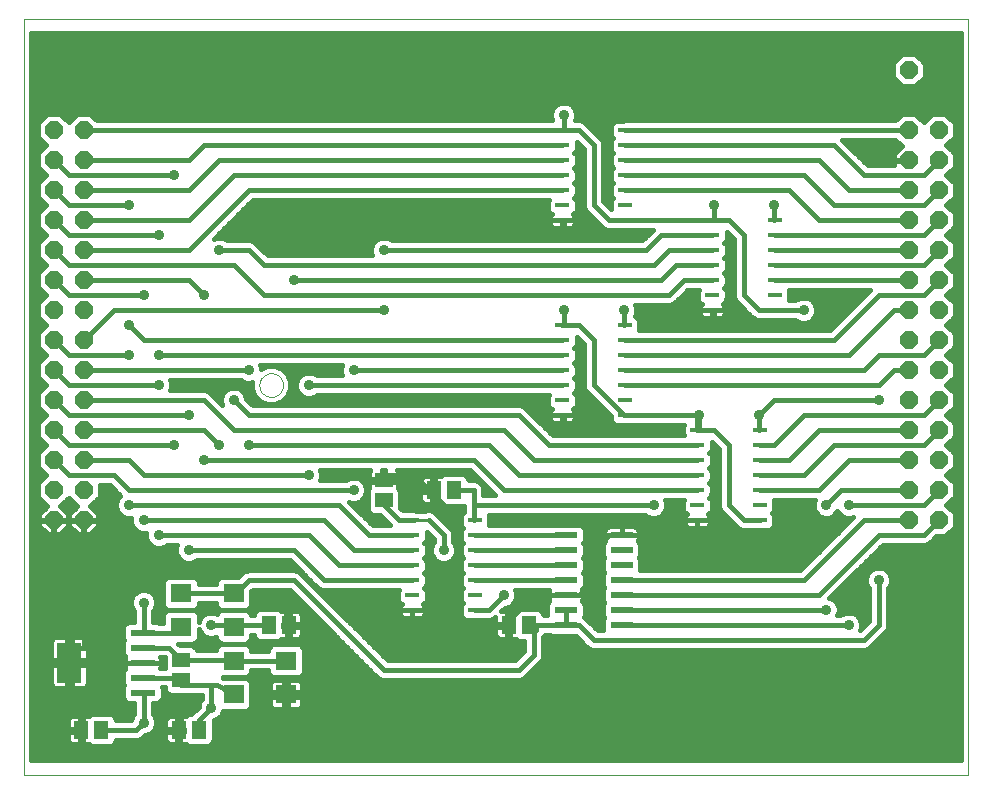
<source format=gtl>
G75*
G70*
%OFA0B0*%
%FSLAX24Y24*%
%IPPOS*%
%LPD*%
%AMOC8*
5,1,8,0,0,1.08239X$1,22.5*
%
%ADD10C,0.0000*%
%ADD11OC8,0.0594*%
%ADD12R,0.0846X0.0217*%
%ADD13R,0.0846X0.1358*%
%ADD14R,0.0710X0.0630*%
%ADD15R,0.0512X0.0591*%
%ADD16R,0.0591X0.0512*%
%ADD17R,0.0472X0.0157*%
%ADD18R,0.0780X0.0220*%
%ADD19C,0.0356*%
%ADD20C,0.0160*%
%ADD21C,0.0100*%
%ADD22C,0.0360*%
%ADD23OC8,0.0591*%
%ADD24C,0.0320*%
D10*
X003296Y000101D02*
X003296Y025298D01*
X034788Y025298D01*
X034788Y000101D01*
X003296Y000101D01*
X011152Y013101D02*
X011154Y013140D01*
X011160Y013179D01*
X011170Y013217D01*
X011183Y013254D01*
X011200Y013289D01*
X011220Y013323D01*
X011244Y013354D01*
X011271Y013383D01*
X011300Y013409D01*
X011332Y013432D01*
X011366Y013452D01*
X011402Y013468D01*
X011439Y013480D01*
X011478Y013489D01*
X011517Y013494D01*
X011556Y013495D01*
X011595Y013492D01*
X011634Y013485D01*
X011671Y013474D01*
X011708Y013460D01*
X011743Y013442D01*
X011776Y013421D01*
X011807Y013396D01*
X011835Y013369D01*
X011860Y013339D01*
X011882Y013306D01*
X011901Y013272D01*
X011916Y013236D01*
X011928Y013198D01*
X011936Y013160D01*
X011940Y013121D01*
X011940Y013081D01*
X011936Y013042D01*
X011928Y013004D01*
X011916Y012966D01*
X011901Y012930D01*
X011882Y012896D01*
X011860Y012863D01*
X011835Y012833D01*
X011807Y012806D01*
X011776Y012781D01*
X011743Y012760D01*
X011708Y012742D01*
X011671Y012728D01*
X011634Y012717D01*
X011595Y012710D01*
X011556Y012707D01*
X011517Y012708D01*
X011478Y012713D01*
X011439Y012722D01*
X011402Y012734D01*
X011366Y012750D01*
X011332Y012770D01*
X011300Y012793D01*
X011271Y012819D01*
X011244Y012848D01*
X011220Y012879D01*
X011200Y012913D01*
X011183Y012948D01*
X011170Y012985D01*
X011160Y013023D01*
X011154Y013062D01*
X011152Y013101D01*
D11*
X005296Y013601D03*
X004296Y013601D03*
X004296Y014601D03*
X005296Y014601D03*
X005296Y015601D03*
X004296Y015601D03*
X004296Y016601D03*
X005296Y016601D03*
X005296Y017601D03*
X004296Y017601D03*
X004296Y018601D03*
X005296Y018601D03*
X005296Y019601D03*
X004296Y019601D03*
X004296Y020601D03*
X005296Y020601D03*
X005296Y021601D03*
X004296Y021601D03*
X004296Y012601D03*
X005296Y012601D03*
X005296Y011601D03*
X004296Y011601D03*
X004296Y010601D03*
X005296Y010601D03*
X005296Y009601D03*
X004296Y009601D03*
X004296Y008601D03*
X005296Y008601D03*
X032796Y008601D03*
X033796Y008601D03*
X033796Y009601D03*
X032796Y009601D03*
X032796Y010601D03*
X033796Y010601D03*
X033796Y011601D03*
X032796Y011601D03*
X032796Y012601D03*
X033796Y012601D03*
X033796Y013601D03*
X032796Y013601D03*
X032796Y014601D03*
X033796Y014601D03*
X033796Y015601D03*
X032796Y015601D03*
X032796Y016601D03*
X033796Y016601D03*
X033796Y017601D03*
X032796Y017601D03*
X032796Y018601D03*
X033796Y018601D03*
X033796Y019601D03*
X032796Y019601D03*
X032796Y020601D03*
X033796Y020601D03*
X033796Y021601D03*
X032796Y021601D03*
D12*
X007266Y004851D03*
X007266Y004351D03*
X007266Y003851D03*
X007266Y003351D03*
X007266Y002851D03*
D13*
X004825Y003851D03*
D14*
X008546Y005041D03*
X008546Y006161D03*
X010296Y006161D03*
X010296Y005041D03*
X010296Y003911D03*
X010296Y002791D03*
X012046Y002791D03*
X012046Y003911D03*
D15*
X012130Y005101D03*
X011461Y005101D03*
X009130Y001601D03*
X008461Y001601D03*
X005880Y001601D03*
X005211Y001601D03*
X016961Y009601D03*
X017630Y009601D03*
X019461Y005101D03*
X020130Y005101D03*
D16*
X015296Y009266D03*
X015296Y009935D03*
X008546Y003935D03*
X008546Y003266D03*
D17*
X016252Y005601D03*
X016252Y006101D03*
X016252Y006601D03*
X016252Y007101D03*
X016252Y007601D03*
X016252Y008101D03*
X016252Y008601D03*
X018339Y008601D03*
X018339Y008101D03*
X018339Y007601D03*
X018339Y007101D03*
X018339Y006601D03*
X018339Y006101D03*
X018339Y005601D03*
X025752Y008601D03*
X025752Y009101D03*
X025752Y009601D03*
X025752Y010101D03*
X025752Y010601D03*
X025752Y011101D03*
X025752Y011601D03*
X027839Y011601D03*
X027839Y011101D03*
X027839Y010601D03*
X027839Y010101D03*
X027839Y009601D03*
X027839Y009101D03*
X027839Y008601D03*
X023339Y012101D03*
X023339Y012601D03*
X023339Y013101D03*
X023339Y013601D03*
X023339Y014101D03*
X023339Y014601D03*
X023339Y015101D03*
X021252Y015101D03*
X021252Y014601D03*
X021252Y014101D03*
X021252Y013601D03*
X021252Y013101D03*
X021252Y012601D03*
X021252Y012101D03*
X026252Y015601D03*
X026252Y016101D03*
X026252Y016601D03*
X026252Y017101D03*
X026252Y017601D03*
X026252Y018101D03*
X026252Y018601D03*
X028339Y018601D03*
X028339Y018101D03*
X028339Y017601D03*
X028339Y017101D03*
X028339Y016601D03*
X028339Y016101D03*
X028339Y015601D03*
X023339Y018601D03*
X023339Y019101D03*
X023339Y019601D03*
X023339Y020101D03*
X023339Y020601D03*
X023339Y021101D03*
X023339Y021601D03*
X021252Y021601D03*
X021252Y021101D03*
X021252Y020601D03*
X021252Y020101D03*
X021252Y019601D03*
X021252Y019101D03*
X021252Y018601D03*
D18*
X021366Y008101D03*
X021366Y007601D03*
X021366Y007101D03*
X021366Y006601D03*
X021366Y006101D03*
X021366Y005601D03*
X021366Y005101D03*
X023226Y005101D03*
X023226Y005601D03*
X023226Y006101D03*
X023226Y006601D03*
X023226Y007101D03*
X023226Y007601D03*
X023226Y008101D03*
D19*
X025796Y012101D03*
X030046Y009101D03*
X030796Y009101D03*
X031796Y006601D03*
X030796Y005101D03*
X030046Y005601D03*
X031796Y012601D03*
X029296Y015601D03*
X026296Y019101D03*
X021296Y022101D03*
X015296Y017601D03*
X015296Y015601D03*
X014296Y013601D03*
X012796Y013101D03*
X010796Y013601D03*
X010296Y012601D03*
X008796Y012101D03*
X008296Y011101D03*
X009296Y010601D03*
X009796Y011101D03*
X010796Y011101D03*
X012796Y010101D03*
X014296Y009601D03*
X012046Y006101D03*
X013046Y005101D03*
X015296Y005601D03*
X012046Y001851D03*
X009546Y002351D03*
X008296Y002351D03*
X007296Y001851D03*
X006046Y003851D03*
X007296Y005851D03*
X008796Y007601D03*
X007796Y008101D03*
X007296Y008601D03*
X006796Y009101D03*
X009546Y005101D03*
X007796Y013101D03*
X007796Y014101D03*
X006796Y014101D03*
X006796Y015101D03*
X007296Y016101D03*
X009296Y016101D03*
X009796Y017601D03*
X007796Y018101D03*
X006796Y019101D03*
X008296Y020101D03*
X012296Y016601D03*
X021296Y015601D03*
X031296Y021101D03*
D20*
X031796Y020601D01*
X032796Y020601D01*
X032777Y020619D02*
X032777Y020582D01*
X032319Y020582D01*
X032319Y020421D01*
X031428Y020421D01*
X030568Y021281D01*
X032357Y021281D01*
X032573Y021064D01*
X032585Y021064D01*
X032319Y020798D01*
X032319Y020619D01*
X032777Y020619D01*
X032391Y020870D02*
X030979Y020870D01*
X030821Y021029D02*
X032549Y021029D01*
X032450Y021187D02*
X030662Y021187D01*
X030296Y021101D02*
X031296Y020101D01*
X033296Y020101D01*
X033796Y020601D01*
X034333Y020553D02*
X034546Y020553D01*
X034546Y020711D02*
X034333Y020711D01*
X034333Y020823D02*
X034055Y021101D01*
X034333Y021378D01*
X034333Y021823D01*
X034018Y022138D01*
X033573Y022138D01*
X033296Y021860D01*
X033018Y022138D01*
X032573Y022138D01*
X032357Y021921D01*
X023275Y021921D01*
X023272Y021919D01*
X023055Y021919D01*
X022967Y021883D01*
X022899Y021815D01*
X022863Y021727D01*
X022863Y021474D01*
X022899Y021386D01*
X022935Y021351D01*
X022899Y021315D01*
X022863Y021227D01*
X022863Y020974D01*
X022899Y020886D01*
X022935Y020851D01*
X022899Y020815D01*
X022863Y020727D01*
X022863Y020474D01*
X022899Y020386D01*
X022935Y020351D01*
X022899Y020315D01*
X022863Y020227D01*
X022863Y019974D01*
X022899Y019886D01*
X022935Y019851D01*
X022899Y019815D01*
X022863Y019727D01*
X022863Y019474D01*
X022899Y019386D01*
X022935Y019351D01*
X022899Y019315D01*
X022863Y019227D01*
X022863Y018986D01*
X022616Y019233D01*
X022616Y021037D01*
X022616Y021164D01*
X022567Y021282D01*
X022067Y021782D01*
X021977Y021872D01*
X021859Y021921D01*
X021674Y021921D01*
X021714Y022018D01*
X021714Y022184D01*
X021650Y022338D01*
X021533Y022455D01*
X021379Y022519D01*
X021213Y022519D01*
X021059Y022455D01*
X020941Y022338D01*
X020878Y022184D01*
X020878Y022018D01*
X020918Y021921D01*
X005735Y021921D01*
X005518Y022138D01*
X005073Y022138D01*
X004796Y021860D01*
X004518Y022138D01*
X004073Y022138D01*
X003759Y021823D01*
X003759Y021378D01*
X004037Y021101D01*
X003759Y020823D01*
X003759Y020378D01*
X004037Y020101D01*
X003759Y019823D01*
X003759Y019378D01*
X004037Y019101D01*
X003759Y018823D01*
X003759Y018378D01*
X004037Y018101D01*
X003759Y017823D01*
X003759Y017378D01*
X004037Y017101D01*
X003759Y016823D01*
X003759Y016378D01*
X004037Y016101D01*
X003759Y015823D01*
X003759Y015378D01*
X004037Y015101D01*
X003759Y014823D01*
X003759Y014378D01*
X004037Y014101D01*
X003759Y013823D01*
X003759Y013378D01*
X004037Y013101D01*
X003759Y012823D01*
X003759Y012378D01*
X004037Y012101D01*
X003759Y011823D01*
X003759Y011378D01*
X004037Y011101D01*
X003759Y010823D01*
X003759Y010378D01*
X004037Y010101D01*
X003759Y009823D01*
X003759Y009378D01*
X004073Y009064D01*
X004085Y009064D01*
X003819Y008798D01*
X003819Y008619D01*
X004277Y008619D01*
X004277Y008582D01*
X004314Y008582D01*
X004314Y008124D01*
X004493Y008124D01*
X004773Y008403D01*
X004773Y008582D01*
X004314Y008582D01*
X004314Y008619D01*
X004773Y008619D01*
X004773Y008798D01*
X004507Y009064D01*
X004518Y009064D01*
X004796Y009342D01*
X005073Y009064D01*
X005085Y009064D01*
X004819Y008798D01*
X004819Y008619D01*
X005277Y008619D01*
X005277Y008582D01*
X005314Y008582D01*
X005314Y008124D01*
X005493Y008124D01*
X005773Y008403D01*
X005773Y008582D01*
X005314Y008582D01*
X005314Y008619D01*
X005773Y008619D01*
X005773Y008798D01*
X005507Y009064D01*
X005518Y009064D01*
X005833Y009378D01*
X005833Y009781D01*
X006163Y009781D01*
X006524Y009420D01*
X006441Y009338D01*
X006378Y009184D01*
X006378Y009018D01*
X006441Y008864D01*
X006559Y008746D01*
X006713Y008683D01*
X006878Y008683D01*
X006878Y008518D01*
X006941Y008364D01*
X007059Y008246D01*
X007213Y008183D01*
X007378Y008183D01*
X007378Y008018D01*
X007441Y007864D01*
X007559Y007746D01*
X007713Y007683D01*
X007879Y007683D01*
X008033Y007746D01*
X008067Y007781D01*
X008418Y007781D01*
X008378Y007684D01*
X008378Y007518D01*
X008441Y007364D01*
X008559Y007246D01*
X008713Y007183D01*
X008879Y007183D01*
X009033Y007246D01*
X009067Y007281D01*
X012163Y007281D01*
X013024Y006419D01*
X013114Y006329D01*
X013232Y006281D01*
X015798Y006281D01*
X015776Y006227D01*
X015776Y005974D01*
X015813Y005886D01*
X015880Y005819D01*
X015895Y005813D01*
X015872Y005790D01*
X015849Y005749D01*
X015836Y005703D01*
X015836Y005601D01*
X016252Y005601D01*
X016252Y005601D01*
X015836Y005601D01*
X015836Y005498D01*
X015849Y005453D01*
X015872Y005411D01*
X015906Y005378D01*
X015947Y005354D01*
X015992Y005342D01*
X016252Y005342D01*
X016252Y005600D01*
X016253Y005600D01*
X016253Y005342D01*
X016512Y005342D01*
X016558Y005354D01*
X016599Y005378D01*
X016633Y005411D01*
X016656Y005453D01*
X016669Y005498D01*
X016669Y005601D01*
X016669Y005703D01*
X016656Y005749D01*
X016633Y005790D01*
X016610Y005813D01*
X016625Y005819D01*
X016692Y005886D01*
X016729Y005974D01*
X016729Y006227D01*
X016692Y006315D01*
X016657Y006351D01*
X016692Y006386D01*
X016729Y006474D01*
X016729Y006727D01*
X016692Y006815D01*
X016657Y006851D01*
X016692Y006886D01*
X016729Y006974D01*
X016729Y007227D01*
X016692Y007315D01*
X016657Y007351D01*
X016692Y007386D01*
X016729Y007474D01*
X016729Y007727D01*
X016692Y007815D01*
X016657Y007851D01*
X016692Y007886D01*
X016729Y007974D01*
X016729Y008215D01*
X016976Y007968D01*
X016976Y007875D01*
X016940Y007839D01*
X016876Y007684D01*
X016876Y007517D01*
X016940Y007363D01*
X017058Y007245D01*
X017212Y007181D01*
X017379Y007181D01*
X017534Y007245D01*
X017652Y007363D01*
X017716Y007517D01*
X017716Y007684D01*
X017652Y007839D01*
X017616Y007875D01*
X017616Y008037D01*
X017616Y008164D01*
X017567Y008282D01*
X016977Y008872D01*
X016859Y008921D01*
X016732Y008921D01*
X016660Y008891D01*
X016606Y008891D01*
X016536Y008919D01*
X016362Y008919D01*
X016359Y008921D01*
X015928Y008921D01*
X015831Y009018D01*
X015831Y009570D01*
X015794Y009658D01*
X015771Y009681D01*
X015771Y009887D01*
X015344Y009887D01*
X015344Y009983D01*
X015771Y009983D01*
X015771Y010215D01*
X015759Y010261D01*
X015747Y010281D01*
X018163Y010281D01*
X019023Y009421D01*
X018616Y009421D01*
X018616Y009537D01*
X018616Y009664D01*
X018567Y009782D01*
X018477Y009872D01*
X018359Y009921D01*
X018126Y009921D01*
X018126Y009944D01*
X018090Y010032D01*
X018022Y010099D01*
X017934Y010136D01*
X017327Y010136D01*
X017239Y010099D01*
X017215Y010076D01*
X017009Y010076D01*
X017009Y009649D01*
X016913Y009649D01*
X016913Y010076D01*
X016681Y010076D01*
X016636Y010064D01*
X016595Y010040D01*
X016561Y010007D01*
X016537Y009966D01*
X016525Y009920D01*
X016525Y009649D01*
X016913Y009649D01*
X016913Y009553D01*
X016525Y009553D01*
X016525Y009282D01*
X016537Y009236D01*
X016561Y009195D01*
X016595Y009161D01*
X016636Y009138D01*
X015831Y009138D01*
X015831Y009296D02*
X016525Y009296D01*
X016525Y009455D02*
X015831Y009455D01*
X015813Y009613D02*
X016913Y009613D01*
X016913Y009553D02*
X017009Y009553D01*
X017009Y009126D01*
X017215Y009126D01*
X017239Y009102D01*
X017327Y009066D01*
X017934Y009066D01*
X017976Y009083D01*
X017976Y009037D01*
X017976Y008887D01*
X017967Y008883D01*
X017899Y008815D01*
X017863Y008727D01*
X017863Y008474D01*
X017899Y008386D01*
X017935Y008351D01*
X017899Y008315D01*
X017863Y008227D01*
X017863Y007974D01*
X017899Y007886D01*
X017935Y007851D01*
X017899Y007815D01*
X017863Y007727D01*
X017863Y007474D01*
X017899Y007386D01*
X017935Y007351D01*
X017899Y007315D01*
X017863Y007227D01*
X017863Y006974D01*
X017899Y006886D01*
X017935Y006851D01*
X017899Y006815D01*
X017863Y006727D01*
X017863Y006474D01*
X017899Y006386D01*
X017935Y006351D01*
X017899Y006315D01*
X017863Y006227D01*
X017863Y005974D01*
X017899Y005886D01*
X017935Y005851D01*
X017899Y005815D01*
X017863Y005727D01*
X017863Y005474D01*
X017899Y005386D01*
X017967Y005319D01*
X018055Y005282D01*
X018272Y005282D01*
X018275Y005281D01*
X018732Y005281D01*
X018859Y005281D01*
X018977Y005329D01*
X019025Y005378D01*
X019025Y005149D01*
X019413Y005149D01*
X019413Y005576D01*
X019224Y005576D01*
X019328Y005681D01*
X019379Y005681D01*
X019534Y005745D01*
X019652Y005863D01*
X019716Y006017D01*
X019716Y006184D01*
X019676Y006281D01*
X020808Y006281D01*
X020808Y006280D01*
X020796Y006234D01*
X020796Y006101D01*
X021365Y006101D01*
X021365Y006101D01*
X020796Y006101D01*
X020796Y005967D01*
X019695Y005967D01*
X019716Y006125D02*
X020796Y006125D01*
X020796Y005967D02*
X020808Y005921D01*
X020822Y005897D01*
X020772Y005847D01*
X020736Y005759D01*
X020736Y005443D01*
X020745Y005421D01*
X020626Y005421D01*
X020626Y005444D01*
X020590Y005532D01*
X020522Y005599D01*
X020434Y005636D01*
X019827Y005636D01*
X019739Y005599D01*
X019715Y005576D01*
X019509Y005576D01*
X019509Y005149D01*
X019413Y005149D01*
X019413Y005053D01*
X019025Y005053D01*
X019025Y004782D01*
X019037Y004736D01*
X019061Y004695D01*
X019095Y004661D01*
X019136Y004638D01*
X019181Y004626D01*
X019413Y004626D01*
X019413Y005053D01*
X019509Y005053D01*
X019509Y004626D01*
X019715Y004626D01*
X019739Y004602D01*
X019827Y004566D01*
X019976Y004566D01*
X019976Y004233D01*
X019663Y003921D01*
X015428Y003921D01*
X012567Y006782D01*
X012567Y006782D01*
X012477Y006872D01*
X012359Y006921D01*
X010732Y006921D01*
X010614Y006872D01*
X010524Y006782D01*
X010458Y006716D01*
X009893Y006716D01*
X009805Y006679D01*
X009737Y006612D01*
X009701Y006523D01*
X009701Y006481D01*
X009141Y006481D01*
X009141Y006523D01*
X009104Y006612D01*
X009037Y006679D01*
X008948Y006716D01*
X008143Y006716D01*
X008055Y006679D01*
X007987Y006612D01*
X007951Y006523D01*
X007951Y005798D01*
X007987Y005710D01*
X008055Y005642D01*
X008143Y005606D01*
X008948Y005606D01*
X009037Y005642D01*
X009104Y005710D01*
X009141Y005798D01*
X009141Y005841D01*
X009701Y005841D01*
X009701Y005798D01*
X009737Y005710D01*
X009805Y005642D01*
X009893Y005606D01*
X010698Y005606D01*
X010787Y005642D01*
X010854Y005710D01*
X010891Y005798D01*
X010891Y006243D01*
X010928Y006281D01*
X012163Y006281D01*
X015024Y003420D01*
X015024Y003419D01*
X015114Y003329D01*
X015232Y003281D01*
X019732Y003281D01*
X019859Y003281D01*
X019977Y003329D01*
X020477Y003829D01*
X020567Y003919D01*
X020616Y004037D01*
X020616Y004690D01*
X020635Y004709D01*
X020665Y004781D01*
X020856Y004781D01*
X020928Y004751D01*
X021693Y004751D01*
X022024Y004420D01*
X022024Y004419D01*
X022114Y004329D01*
X022232Y004281D01*
X031232Y004281D01*
X031359Y004281D01*
X031477Y004329D01*
X031977Y004829D01*
X032067Y004919D01*
X032116Y005037D01*
X032116Y006329D01*
X032150Y006364D01*
X032214Y006518D01*
X032214Y006684D01*
X032150Y006838D01*
X032033Y006955D01*
X031879Y007019D01*
X031713Y007019D01*
X031559Y006955D01*
X031441Y006838D01*
X031378Y006684D01*
X031378Y006518D01*
X031441Y006364D01*
X031476Y006329D01*
X031476Y005233D01*
X031181Y004939D01*
X031214Y005018D01*
X031214Y005184D01*
X031150Y005338D01*
X031033Y005455D01*
X030879Y005519D01*
X030713Y005519D01*
X030559Y005455D01*
X030524Y005421D01*
X030424Y005421D01*
X030464Y005518D01*
X030464Y005684D01*
X030400Y005838D01*
X030283Y005955D01*
X030155Y006008D01*
X031928Y007781D01*
X033359Y007781D01*
X033477Y007829D01*
X033567Y007919D01*
X033711Y008064D01*
X034018Y008064D01*
X034333Y008378D01*
X034333Y008823D01*
X034055Y009101D01*
X034333Y009378D01*
X034333Y009823D01*
X034055Y010101D01*
X034333Y010378D01*
X034333Y010823D01*
X034055Y011101D01*
X034333Y011378D01*
X034333Y011823D01*
X034055Y012101D01*
X034333Y012378D01*
X034333Y012823D01*
X034055Y013101D01*
X034333Y013378D01*
X034333Y013823D01*
X034055Y014101D01*
X034333Y014378D01*
X034333Y014823D01*
X034055Y015101D01*
X034333Y015378D01*
X034333Y015823D01*
X034055Y016101D01*
X034333Y016378D01*
X034333Y016823D01*
X034055Y017101D01*
X034333Y017378D01*
X034333Y017823D01*
X034055Y018101D01*
X034333Y018378D01*
X034333Y018823D01*
X034055Y019101D01*
X034333Y019378D01*
X034333Y019823D01*
X034055Y020101D01*
X034333Y020378D01*
X034333Y020823D01*
X034286Y020870D02*
X034546Y020870D01*
X034546Y021029D02*
X034127Y021029D01*
X034141Y021187D02*
X034546Y021187D01*
X034546Y021346D02*
X034300Y021346D01*
X034333Y021504D02*
X034546Y021504D01*
X034546Y021663D02*
X034333Y021663D01*
X034333Y021821D02*
X034546Y021821D01*
X034546Y021980D02*
X034176Y021980D01*
X034546Y022138D02*
X021714Y022138D01*
X021698Y021980D02*
X032416Y021980D01*
X032796Y021601D02*
X023339Y021601D01*
X022863Y021663D02*
X022186Y021663D01*
X022028Y021821D02*
X022905Y021821D01*
X022863Y021504D02*
X022345Y021504D01*
X022503Y021346D02*
X022930Y021346D01*
X022863Y021187D02*
X022606Y021187D01*
X022616Y021029D02*
X022863Y021029D01*
X022915Y020870D02*
X022616Y020870D01*
X022616Y020711D02*
X022863Y020711D01*
X022863Y020553D02*
X022616Y020553D01*
X022616Y020394D02*
X022896Y020394D01*
X022866Y020236D02*
X022616Y020236D01*
X022616Y020077D02*
X022863Y020077D01*
X022886Y019919D02*
X022616Y019919D01*
X022616Y019760D02*
X022876Y019760D01*
X022863Y019602D02*
X022616Y019602D01*
X022616Y019443D02*
X022876Y019443D01*
X022887Y019285D02*
X022616Y019285D01*
X022723Y019126D02*
X022863Y019126D01*
X022796Y018601D02*
X022296Y019101D01*
X022296Y021101D01*
X021796Y021601D01*
X021252Y021601D01*
X005296Y021601D01*
X005676Y021980D02*
X020893Y021980D01*
X020878Y022138D02*
X003546Y022138D01*
X003546Y021980D02*
X003916Y021980D01*
X003759Y021821D02*
X003546Y021821D01*
X003546Y021663D02*
X003759Y021663D01*
X003759Y021504D02*
X003546Y021504D01*
X003546Y021346D02*
X003792Y021346D01*
X003950Y021187D02*
X003546Y021187D01*
X003546Y021029D02*
X003964Y021029D01*
X003806Y020870D02*
X003546Y020870D01*
X003546Y020711D02*
X003759Y020711D01*
X003759Y020553D02*
X003546Y020553D01*
X003546Y020394D02*
X003759Y020394D01*
X003902Y020236D02*
X003546Y020236D01*
X003546Y020077D02*
X004013Y020077D01*
X003854Y019919D02*
X003546Y019919D01*
X003546Y019760D02*
X003759Y019760D01*
X003759Y019602D02*
X003546Y019602D01*
X003546Y019443D02*
X003759Y019443D01*
X003853Y019285D02*
X003546Y019285D01*
X003546Y019126D02*
X004011Y019126D01*
X003903Y018967D02*
X003546Y018967D01*
X003546Y018809D02*
X003759Y018809D01*
X003759Y018650D02*
X003546Y018650D01*
X003546Y018492D02*
X003759Y018492D01*
X003804Y018333D02*
X003546Y018333D01*
X003546Y018175D02*
X003963Y018175D01*
X003952Y018016D02*
X003546Y018016D01*
X003546Y017858D02*
X003793Y017858D01*
X003759Y017699D02*
X003546Y017699D01*
X003546Y017541D02*
X003759Y017541D01*
X003759Y017382D02*
X003546Y017382D01*
X003546Y017223D02*
X003914Y017223D01*
X004001Y017065D02*
X003546Y017065D01*
X003546Y016906D02*
X003842Y016906D01*
X003759Y016748D02*
X003546Y016748D01*
X003546Y016589D02*
X003759Y016589D01*
X003759Y016431D02*
X003546Y016431D01*
X003546Y016272D02*
X003865Y016272D01*
X004024Y016114D02*
X003546Y016114D01*
X003546Y015955D02*
X003891Y015955D01*
X003759Y015797D02*
X003546Y015797D01*
X003546Y015638D02*
X003759Y015638D01*
X003759Y015479D02*
X003546Y015479D01*
X003546Y015321D02*
X003816Y015321D01*
X003975Y015162D02*
X003546Y015162D01*
X003546Y015004D02*
X003940Y015004D01*
X003781Y014845D02*
X003546Y014845D01*
X003546Y014687D02*
X003759Y014687D01*
X003759Y014528D02*
X003546Y014528D01*
X003546Y014370D02*
X003768Y014370D01*
X003926Y014211D02*
X003546Y014211D01*
X003546Y014053D02*
X003988Y014053D01*
X003830Y013894D02*
X003546Y013894D01*
X003546Y013736D02*
X003759Y013736D01*
X003759Y013577D02*
X003546Y013577D01*
X003546Y013418D02*
X003759Y013418D01*
X003877Y013260D02*
X003546Y013260D01*
X003546Y013101D02*
X004036Y013101D01*
X003879Y012943D02*
X003546Y012943D01*
X003546Y012784D02*
X003759Y012784D01*
X003759Y012626D02*
X003546Y012626D01*
X003546Y012467D02*
X003759Y012467D01*
X003829Y012309D02*
X003546Y012309D01*
X003546Y012150D02*
X003987Y012150D01*
X003927Y011992D02*
X003546Y011992D01*
X003546Y011833D02*
X003769Y011833D01*
X003759Y011674D02*
X003546Y011674D01*
X003546Y011516D02*
X003759Y011516D01*
X003780Y011357D02*
X003546Y011357D01*
X003546Y011199D02*
X003939Y011199D01*
X003976Y011040D02*
X003546Y011040D01*
X003546Y010882D02*
X003818Y010882D01*
X003759Y010723D02*
X003546Y010723D01*
X003546Y010565D02*
X003759Y010565D01*
X003759Y010406D02*
X003546Y010406D01*
X003546Y010248D02*
X003890Y010248D01*
X004025Y010089D02*
X003546Y010089D01*
X003546Y009930D02*
X003866Y009930D01*
X003759Y009772D02*
X003546Y009772D01*
X003546Y009613D02*
X003759Y009613D01*
X003759Y009455D02*
X003546Y009455D01*
X003546Y009296D02*
X003841Y009296D01*
X004000Y009138D02*
X003546Y009138D01*
X003546Y008979D02*
X004000Y008979D01*
X003841Y008821D02*
X003546Y008821D01*
X003546Y008662D02*
X003819Y008662D01*
X003819Y008582D02*
X003819Y008403D01*
X004098Y008124D01*
X004277Y008124D01*
X004277Y008582D01*
X003819Y008582D01*
X003819Y008504D02*
X003546Y008504D01*
X003546Y008345D02*
X003877Y008345D01*
X004036Y008186D02*
X003546Y008186D01*
X003546Y008028D02*
X007378Y008028D01*
X007439Y007869D02*
X003546Y007869D01*
X003546Y007711D02*
X007644Y007711D01*
X007947Y007711D02*
X008389Y007711D01*
X008378Y007552D02*
X003546Y007552D01*
X003546Y007394D02*
X008429Y007394D01*
X008586Y007235D02*
X003546Y007235D01*
X003546Y007077D02*
X012367Y007077D01*
X012366Y006918D02*
X012526Y006918D01*
X012589Y006760D02*
X012684Y006760D01*
X012748Y006601D02*
X012843Y006601D01*
X012906Y006443D02*
X013001Y006443D01*
X013065Y006284D02*
X013224Y006284D01*
X013224Y006125D02*
X015776Y006125D01*
X015779Y005967D02*
X013382Y005967D01*
X013541Y005808D02*
X015890Y005808D01*
X015836Y005650D02*
X013699Y005650D01*
X013858Y005491D02*
X015838Y005491D01*
X016252Y005491D02*
X016253Y005491D01*
X016253Y005601D02*
X016253Y005601D01*
X016669Y005601D01*
X016253Y005601D01*
X016252Y005601D02*
X015296Y005601D01*
X016296Y005601D02*
X016796Y005601D01*
X017796Y006601D01*
X017796Y008601D01*
X016796Y009601D01*
X016296Y010101D01*
X015296Y010101D01*
X015248Y010089D02*
X015344Y010089D01*
X015344Y009984D02*
X015344Y010281D01*
X015248Y010281D01*
X015248Y009984D01*
X015344Y009984D01*
X015344Y009930D02*
X016528Y009930D01*
X016525Y009772D02*
X015771Y009772D01*
X015771Y010089D02*
X017228Y010089D01*
X017009Y009930D02*
X016913Y009930D01*
X016913Y009772D02*
X017009Y009772D01*
X016913Y009553D02*
X016913Y009126D01*
X016681Y009126D01*
X016636Y009138D01*
X016913Y009138D02*
X017009Y009138D01*
X017009Y009296D02*
X016913Y009296D01*
X016913Y009455D02*
X017009Y009455D01*
X017630Y009601D02*
X018296Y009601D01*
X018296Y009101D01*
X024296Y009101D01*
X024676Y009281D02*
X025298Y009281D01*
X025276Y009227D01*
X025276Y008974D01*
X025313Y008886D01*
X025380Y008819D01*
X025395Y008813D01*
X025372Y008790D01*
X025349Y008749D01*
X025336Y008703D01*
X025336Y008601D01*
X025752Y008601D01*
X025752Y008601D01*
X025336Y008601D01*
X025336Y008498D01*
X025349Y008453D01*
X025372Y008411D01*
X025406Y008378D01*
X025447Y008354D01*
X025492Y008342D01*
X025752Y008342D01*
X025752Y008600D01*
X025753Y008600D01*
X025753Y008342D01*
X026012Y008342D01*
X026058Y008354D01*
X026099Y008378D01*
X026133Y008411D01*
X026156Y008453D01*
X026169Y008498D01*
X026169Y008601D01*
X026169Y008703D01*
X026156Y008749D01*
X026133Y008790D01*
X026110Y008813D01*
X026125Y008819D01*
X026192Y008886D01*
X026229Y008974D01*
X026229Y009227D01*
X026192Y009315D01*
X026157Y009351D01*
X026192Y009386D01*
X026229Y009474D01*
X026229Y009727D01*
X026192Y009815D01*
X026157Y009851D01*
X026192Y009886D01*
X026229Y009974D01*
X026229Y010227D01*
X026192Y010315D01*
X026157Y010351D01*
X026192Y010386D01*
X026229Y010474D01*
X026229Y010727D01*
X026192Y010815D01*
X026157Y010851D01*
X026192Y010886D01*
X026229Y010974D01*
X026229Y011215D01*
X026476Y010968D01*
X026476Y009037D01*
X026524Y008919D01*
X026614Y008829D01*
X027114Y008329D01*
X027232Y008281D01*
X027359Y008281D01*
X027903Y008281D01*
X027906Y008282D01*
X028123Y008282D01*
X028211Y008319D01*
X028279Y008386D01*
X028315Y008474D01*
X028315Y008727D01*
X028279Y008815D01*
X028243Y008851D01*
X028279Y008886D01*
X028315Y008974D01*
X028315Y009227D01*
X028293Y009281D01*
X029668Y009281D01*
X029628Y009184D01*
X029628Y009018D01*
X029691Y008864D01*
X029809Y008746D01*
X029963Y008683D01*
X030129Y008683D01*
X030283Y008746D01*
X030400Y008864D01*
X030421Y008914D01*
X030441Y008864D01*
X030559Y008746D01*
X030713Y008683D01*
X030879Y008683D01*
X030958Y008715D01*
X029163Y006921D01*
X023846Y006921D01*
X023856Y006943D01*
X023856Y007259D01*
X023819Y007347D01*
X023815Y007351D01*
X023819Y007355D01*
X023856Y007443D01*
X023856Y007759D01*
X023819Y007847D01*
X023769Y007897D01*
X023783Y007921D01*
X023796Y007967D01*
X023796Y008101D01*
X023796Y008234D01*
X023783Y008280D01*
X023760Y008321D01*
X023726Y008355D01*
X023685Y008378D01*
X023639Y008391D01*
X023226Y008391D01*
X023226Y008101D01*
X023796Y008101D01*
X023226Y008101D01*
X023226Y008101D01*
X023226Y008101D01*
X024296Y008101D01*
X024796Y008101D01*
X025296Y008601D01*
X025796Y008601D01*
X025753Y008601D02*
X026169Y008601D01*
X025753Y008601D01*
X025753Y008601D01*
X025752Y008504D02*
X025753Y008504D01*
X025752Y008345D02*
X025753Y008345D01*
X026024Y008345D02*
X027099Y008345D01*
X026940Y008504D02*
X026169Y008504D01*
X026169Y008662D02*
X026782Y008662D01*
X026623Y008821D02*
X026127Y008821D01*
X026229Y008979D02*
X026500Y008979D01*
X026476Y009138D02*
X026229Y009138D01*
X026200Y009296D02*
X026476Y009296D01*
X026476Y009455D02*
X026221Y009455D01*
X026229Y009613D02*
X026476Y009613D01*
X026476Y009772D02*
X026210Y009772D01*
X026210Y009930D02*
X026476Y009930D01*
X026476Y010089D02*
X026229Y010089D01*
X026220Y010248D02*
X026476Y010248D01*
X026476Y010406D02*
X026200Y010406D01*
X026229Y010565D02*
X026476Y010565D01*
X026476Y010723D02*
X026229Y010723D01*
X026188Y010882D02*
X026476Y010882D01*
X026404Y011040D02*
X026229Y011040D01*
X026229Y011199D02*
X026245Y011199D01*
X026296Y011601D02*
X025796Y011601D01*
X025796Y012101D01*
X025752Y012057D01*
X025752Y011601D01*
X025796Y011601D01*
X025796Y011644D02*
X025752Y011601D01*
X025796Y011644D02*
X025796Y012101D01*
X023339Y012101D01*
X023296Y012101D01*
X022296Y013101D01*
X022296Y014601D01*
X021796Y015101D01*
X021252Y015101D01*
X021296Y015144D01*
X021296Y015601D01*
X021729Y014715D02*
X021976Y014468D01*
X021976Y013037D01*
X022024Y012919D01*
X022114Y012829D01*
X022863Y012081D01*
X022863Y011974D01*
X022899Y011886D01*
X022967Y011819D01*
X023055Y011782D01*
X023229Y011782D01*
X023232Y011781D01*
X023359Y011781D01*
X023403Y011781D01*
X025298Y011781D01*
X025276Y011727D01*
X025276Y011474D01*
X025298Y011421D01*
X020928Y011421D01*
X020067Y012282D01*
X020067Y012282D01*
X019977Y012372D01*
X019859Y012421D01*
X010928Y012421D01*
X010714Y012635D01*
X010714Y012684D01*
X010650Y012838D01*
X010533Y012955D01*
X010379Y013019D01*
X010213Y013019D01*
X010059Y012955D01*
X009941Y012838D01*
X009878Y012684D01*
X009878Y012518D01*
X009910Y012439D01*
X009477Y012872D01*
X009359Y012921D01*
X009232Y012921D01*
X008174Y012921D01*
X008214Y013018D01*
X008214Y013184D01*
X008174Y013281D01*
X010524Y013281D01*
X010559Y013246D01*
X010713Y013183D01*
X010879Y013183D01*
X010912Y013196D01*
X010912Y012975D01*
X011009Y012742D01*
X011187Y012564D01*
X011420Y012467D01*
X011672Y012467D01*
X020779Y012467D01*
X020776Y012474D02*
X020813Y012386D01*
X020880Y012319D01*
X020895Y012313D01*
X020872Y012290D01*
X020849Y012249D01*
X020836Y012203D01*
X020836Y012101D01*
X021252Y012101D01*
X021252Y012101D01*
X020836Y012101D01*
X020836Y011998D01*
X020849Y011953D01*
X020872Y011911D01*
X020906Y011878D01*
X020947Y011854D01*
X020992Y011842D01*
X021252Y011842D01*
X021252Y012100D01*
X021253Y012100D01*
X021253Y011842D01*
X021512Y011842D01*
X021558Y011854D01*
X021599Y011878D01*
X021633Y011911D01*
X021656Y011953D01*
X021669Y011998D01*
X021669Y012101D01*
X021669Y012203D01*
X021656Y012249D01*
X021633Y012290D01*
X021610Y012313D01*
X021625Y012319D01*
X021692Y012386D01*
X021729Y012474D01*
X021729Y012727D01*
X021692Y012815D01*
X021657Y012851D01*
X021692Y012886D01*
X021729Y012974D01*
X021729Y013227D01*
X021692Y013315D01*
X021657Y013351D01*
X021692Y013386D01*
X021729Y013474D01*
X021729Y013727D01*
X021692Y013815D01*
X021657Y013851D01*
X021692Y013886D01*
X021729Y013974D01*
X021729Y014227D01*
X021692Y014315D01*
X021657Y014351D01*
X021692Y014386D01*
X021729Y014474D01*
X021729Y014715D01*
X021729Y014687D02*
X021757Y014687D01*
X021729Y014528D02*
X021916Y014528D01*
X021976Y014370D02*
X021676Y014370D01*
X021729Y014211D02*
X021976Y014211D01*
X021976Y014053D02*
X021729Y014053D01*
X021695Y013894D02*
X021976Y013894D01*
X021976Y013736D02*
X021725Y013736D01*
X021729Y013577D02*
X021976Y013577D01*
X021976Y013418D02*
X021705Y013418D01*
X021715Y013260D02*
X021976Y013260D01*
X021976Y013101D02*
X021729Y013101D01*
X021716Y012943D02*
X022015Y012943D01*
X022160Y012784D02*
X021705Y012784D01*
X021729Y012626D02*
X022318Y012626D01*
X022477Y012467D02*
X021726Y012467D01*
X021614Y012309D02*
X022635Y012309D01*
X022794Y012150D02*
X021669Y012150D01*
X021669Y012101D02*
X021253Y012101D01*
X021253Y012101D01*
X021669Y012101D01*
X021667Y011992D02*
X022863Y011992D01*
X022952Y011833D02*
X020516Y011833D01*
X020357Y011992D02*
X020838Y011992D01*
X020836Y012150D02*
X020199Y012150D01*
X020040Y012309D02*
X020891Y012309D01*
X020776Y012474D02*
X020776Y012727D01*
X020798Y012781D01*
X013067Y012781D01*
X013033Y012746D01*
X012879Y012683D01*
X012713Y012683D01*
X012559Y012746D01*
X012441Y012864D01*
X012378Y013018D01*
X012378Y013184D01*
X012441Y013338D01*
X012559Y013455D01*
X012713Y013519D01*
X012879Y013519D01*
X013033Y013455D01*
X013067Y013421D01*
X013918Y013421D01*
X013878Y013518D01*
X013878Y013684D01*
X013918Y013781D01*
X011174Y013781D01*
X011214Y013684D01*
X011214Y013649D01*
X011420Y013734D01*
X011672Y013734D01*
X011905Y013638D01*
X012083Y013460D01*
X012179Y013227D01*
X012179Y012975D01*
X012083Y012742D01*
X011905Y012564D01*
X011672Y012467D01*
X011419Y012467D02*
X010882Y012467D01*
X010723Y012626D02*
X011125Y012626D01*
X010991Y012784D02*
X010672Y012784D01*
X010545Y012943D02*
X010925Y012943D01*
X010912Y013101D02*
X008214Y013101D01*
X008183Y012943D02*
X010046Y012943D01*
X009919Y012784D02*
X009565Y012784D01*
X009723Y012626D02*
X009878Y012626D01*
X009882Y012467D02*
X009899Y012467D01*
X010296Y012601D02*
X010796Y012101D01*
X019796Y012101D01*
X020796Y011101D01*
X025752Y011101D01*
X025752Y010601D02*
X020296Y010601D01*
X019296Y011601D01*
X010296Y011601D01*
X009296Y012601D01*
X005296Y012601D01*
X004796Y013101D02*
X004296Y013601D01*
X004796Y014101D02*
X006796Y014101D01*
X007296Y014601D02*
X021252Y014601D01*
X021252Y014101D02*
X007796Y014101D01*
X007296Y014601D02*
X006796Y015101D01*
X006296Y015601D02*
X015296Y015601D01*
X014918Y017421D02*
X011428Y017421D01*
X011067Y017782D01*
X010977Y017872D01*
X010859Y017921D01*
X010067Y017921D01*
X010033Y017955D01*
X009879Y018019D01*
X009713Y018019D01*
X009634Y017986D01*
X010928Y019281D01*
X020798Y019281D01*
X020776Y019227D01*
X020776Y018974D01*
X020813Y018886D01*
X020880Y018819D01*
X020895Y018813D01*
X020872Y018790D01*
X020849Y018749D01*
X020836Y018703D01*
X020836Y018601D01*
X021252Y018601D01*
X021252Y018601D01*
X020836Y018601D01*
X020836Y018498D01*
X020849Y018453D01*
X020872Y018411D01*
X020906Y018378D01*
X020947Y018354D01*
X020992Y018342D01*
X021252Y018342D01*
X021252Y018600D01*
X021253Y018600D01*
X021253Y018342D01*
X021512Y018342D01*
X021558Y018354D01*
X021599Y018378D01*
X021633Y018411D01*
X021656Y018453D01*
X021669Y018498D01*
X021669Y018601D01*
X021669Y018703D01*
X021656Y018749D01*
X021633Y018790D01*
X021610Y018813D01*
X021625Y018819D01*
X021692Y018886D01*
X021729Y018974D01*
X021729Y019227D01*
X021692Y019315D01*
X021657Y019351D01*
X021692Y019386D01*
X021729Y019474D01*
X021729Y019727D01*
X021692Y019815D01*
X021657Y019851D01*
X021692Y019886D01*
X021729Y019974D01*
X021729Y020227D01*
X021692Y020315D01*
X021657Y020351D01*
X021692Y020386D01*
X021729Y020474D01*
X021729Y020727D01*
X021692Y020815D01*
X021657Y020851D01*
X021692Y020886D01*
X021729Y020974D01*
X021729Y021215D01*
X021976Y020968D01*
X021976Y019037D01*
X022024Y018919D01*
X022114Y018829D01*
X022614Y018329D01*
X022732Y018281D01*
X022859Y018281D01*
X023275Y018281D01*
X024273Y018281D01*
X023913Y017921D01*
X015567Y017921D01*
X015533Y017955D01*
X015379Y018019D01*
X015213Y018019D01*
X015059Y017955D01*
X014941Y017838D01*
X014878Y017684D01*
X014878Y017518D01*
X014918Y017421D01*
X014878Y017541D02*
X011309Y017541D01*
X011150Y017699D02*
X014884Y017699D01*
X014961Y017858D02*
X010991Y017858D01*
X010796Y017601D02*
X009796Y017601D01*
X009885Y018016D02*
X015206Y018016D01*
X015385Y018016D02*
X024009Y018016D01*
X024167Y018175D02*
X009822Y018175D01*
X009706Y018016D02*
X009664Y018016D01*
X009981Y018333D02*
X022611Y018333D01*
X022452Y018492D02*
X021667Y018492D01*
X021669Y018601D02*
X021253Y018601D01*
X021669Y018601D01*
X021669Y018650D02*
X022294Y018650D01*
X022135Y018809D02*
X021614Y018809D01*
X021726Y018967D02*
X022005Y018967D01*
X021976Y019126D02*
X021729Y019126D01*
X021705Y019285D02*
X021976Y019285D01*
X021976Y019443D02*
X021716Y019443D01*
X021729Y019602D02*
X021976Y019602D01*
X021976Y019760D02*
X021715Y019760D01*
X021706Y019919D02*
X021976Y019919D01*
X021976Y020077D02*
X021729Y020077D01*
X021725Y020236D02*
X021976Y020236D01*
X021976Y020394D02*
X021695Y020394D01*
X021729Y020553D02*
X021976Y020553D01*
X021976Y020711D02*
X021729Y020711D01*
X021676Y020870D02*
X021976Y020870D01*
X021915Y021029D02*
X021729Y021029D01*
X021729Y021187D02*
X021757Y021187D01*
X021252Y021101D02*
X009296Y021101D01*
X008796Y020601D01*
X005296Y020601D01*
X004796Y020101D02*
X008296Y020101D01*
X008796Y019601D02*
X005296Y019601D01*
X004796Y020101D02*
X004296Y020601D01*
X004296Y019601D02*
X004796Y019101D01*
X006796Y019101D01*
X007796Y018101D02*
X004796Y018101D01*
X004296Y018601D01*
X005296Y018601D02*
X008796Y018601D01*
X010296Y020101D01*
X021252Y020101D01*
X021252Y020601D02*
X009796Y020601D01*
X008796Y019601D01*
X010298Y018650D02*
X020836Y018650D01*
X020838Y018492D02*
X010139Y018492D01*
X010456Y018809D02*
X020891Y018809D01*
X020779Y018967D02*
X010615Y018967D01*
X010773Y019126D02*
X020776Y019126D01*
X021252Y019601D02*
X010796Y019601D01*
X008796Y017601D01*
X005296Y017601D01*
X004796Y017101D02*
X010296Y017101D01*
X011296Y016101D01*
X024796Y016101D01*
X025296Y016601D01*
X026252Y016601D01*
X026657Y016851D02*
X026692Y016886D01*
X026729Y016974D01*
X026729Y017227D01*
X026692Y017315D01*
X026657Y017351D01*
X026692Y017386D01*
X026729Y017474D01*
X026729Y017727D01*
X026692Y017815D01*
X026657Y017851D01*
X026692Y017886D01*
X026729Y017974D01*
X026729Y018215D01*
X026976Y017968D01*
X026976Y016037D01*
X027024Y015919D01*
X027114Y015829D01*
X027524Y015420D01*
X027524Y015419D01*
X027614Y015329D01*
X027732Y015281D01*
X028403Y015281D01*
X029024Y015281D01*
X029059Y015246D01*
X029213Y015183D01*
X029379Y015183D01*
X029533Y015246D01*
X029650Y015364D01*
X029714Y015518D01*
X029714Y015684D01*
X029650Y015838D01*
X029533Y015955D01*
X031198Y015955D01*
X031356Y016114D02*
X028815Y016114D01*
X028815Y016227D02*
X028793Y016281D01*
X031523Y016281D01*
X030163Y014921D01*
X023793Y014921D01*
X023815Y014974D01*
X023815Y015227D01*
X023779Y015315D01*
X023711Y015383D01*
X023668Y015401D01*
X023716Y015517D01*
X023716Y015684D01*
X023676Y015781D01*
X024859Y015781D01*
X024977Y015829D01*
X025067Y015919D01*
X025428Y016281D01*
X025798Y016281D01*
X025776Y016227D01*
X025776Y015974D01*
X025813Y015886D01*
X025880Y015819D01*
X025895Y015813D01*
X025872Y015790D01*
X025849Y015749D01*
X025836Y015703D01*
X025836Y015601D01*
X026252Y015601D01*
X026252Y015601D01*
X025836Y015601D01*
X025836Y015498D01*
X025849Y015453D01*
X025872Y015411D01*
X025906Y015378D01*
X025947Y015354D01*
X025992Y015342D01*
X026252Y015342D01*
X026252Y015600D01*
X026253Y015600D01*
X026253Y015342D01*
X026512Y015342D01*
X026558Y015354D01*
X026599Y015378D01*
X026633Y015411D01*
X026656Y015453D01*
X026669Y015498D01*
X026669Y015601D01*
X026669Y015703D01*
X026656Y015749D01*
X026633Y015790D01*
X026610Y015813D01*
X026625Y015819D01*
X026692Y015886D01*
X026729Y015974D01*
X026729Y016227D01*
X026692Y016315D01*
X026657Y016351D01*
X026692Y016386D01*
X026729Y016474D01*
X026729Y016727D01*
X026692Y016815D01*
X026657Y016851D01*
X026700Y016906D02*
X026976Y016906D01*
X026976Y016748D02*
X026720Y016748D01*
X026729Y016589D02*
X026976Y016589D01*
X026976Y016431D02*
X026711Y016431D01*
X026710Y016272D02*
X026976Y016272D01*
X026976Y016114D02*
X026729Y016114D01*
X026721Y015955D02*
X027010Y015955D01*
X027114Y015829D02*
X027114Y015829D01*
X027147Y015797D02*
X026626Y015797D01*
X026669Y015638D02*
X027306Y015638D01*
X027464Y015479D02*
X026664Y015479D01*
X026669Y015601D02*
X026253Y015601D01*
X026669Y015601D01*
X026296Y015601D02*
X026296Y015101D01*
X026252Y015479D02*
X026253Y015479D01*
X026253Y015601D02*
X026253Y015601D01*
X026252Y015601D02*
X026296Y015601D01*
X025879Y015797D02*
X024898Y015797D01*
X025103Y015955D02*
X025784Y015955D01*
X025776Y016114D02*
X025261Y016114D01*
X025420Y016272D02*
X025795Y016272D01*
X025836Y015638D02*
X023716Y015638D01*
X023700Y015479D02*
X025841Y015479D01*
X027296Y016101D02*
X027296Y018101D01*
X026796Y018601D01*
X026252Y018601D01*
X023339Y018601D01*
X022796Y018601D01*
X023339Y019601D02*
X028796Y019601D01*
X029796Y018601D01*
X032796Y018601D01*
X033296Y019101D02*
X030296Y019101D01*
X029296Y020101D01*
X023339Y020101D01*
X023339Y020601D02*
X029796Y020601D01*
X030796Y019601D01*
X032796Y019601D01*
X033296Y019101D02*
X033796Y019601D01*
X034333Y019602D02*
X034546Y019602D01*
X034546Y019760D02*
X034333Y019760D01*
X034237Y019919D02*
X034546Y019919D01*
X034546Y020077D02*
X034078Y020077D01*
X034190Y020236D02*
X034546Y020236D01*
X034546Y020394D02*
X034333Y020394D01*
X034333Y019443D02*
X034546Y019443D01*
X034546Y019285D02*
X034239Y019285D01*
X034080Y019126D02*
X034546Y019126D01*
X034546Y018967D02*
X034188Y018967D01*
X034333Y018809D02*
X034546Y018809D01*
X034546Y018650D02*
X034333Y018650D01*
X034333Y018492D02*
X034546Y018492D01*
X034546Y018333D02*
X034287Y018333D01*
X034129Y018175D02*
X034546Y018175D01*
X034546Y018016D02*
X034139Y018016D01*
X034298Y017858D02*
X034546Y017858D01*
X034546Y017699D02*
X034333Y017699D01*
X034333Y017541D02*
X034546Y017541D01*
X034546Y017382D02*
X034333Y017382D01*
X034178Y017223D02*
X034546Y017223D01*
X034546Y017065D02*
X034091Y017065D01*
X034249Y016906D02*
X034546Y016906D01*
X034546Y016748D02*
X034333Y016748D01*
X034333Y016589D02*
X034546Y016589D01*
X034546Y016431D02*
X034333Y016431D01*
X034226Y016272D02*
X034546Y016272D01*
X034546Y016114D02*
X034068Y016114D01*
X034201Y015955D02*
X034546Y015955D01*
X034546Y015797D02*
X034333Y015797D01*
X034333Y015638D02*
X034546Y015638D01*
X034546Y015479D02*
X034333Y015479D01*
X034275Y015321D02*
X034546Y015321D01*
X034546Y015162D02*
X034116Y015162D01*
X034152Y015004D02*
X034546Y015004D01*
X034546Y014845D02*
X034310Y014845D01*
X034333Y014687D02*
X034546Y014687D01*
X034546Y014528D02*
X034333Y014528D01*
X034324Y014370D02*
X034546Y014370D01*
X034546Y014211D02*
X034165Y014211D01*
X034103Y014053D02*
X034546Y014053D01*
X034546Y013894D02*
X034262Y013894D01*
X034333Y013736D02*
X034546Y013736D01*
X034546Y013577D02*
X034333Y013577D01*
X034333Y013418D02*
X034546Y013418D01*
X034546Y013260D02*
X034214Y013260D01*
X034055Y013101D02*
X034546Y013101D01*
X034546Y012943D02*
X034213Y012943D01*
X034333Y012784D02*
X034546Y012784D01*
X034546Y012626D02*
X034333Y012626D01*
X034333Y012467D02*
X034546Y012467D01*
X034546Y012309D02*
X034263Y012309D01*
X034104Y012150D02*
X034546Y012150D01*
X034546Y011992D02*
X034164Y011992D01*
X034323Y011833D02*
X034546Y011833D01*
X034546Y011674D02*
X034333Y011674D01*
X034333Y011516D02*
X034546Y011516D01*
X034546Y011357D02*
X034311Y011357D01*
X034153Y011199D02*
X034546Y011199D01*
X034546Y011040D02*
X034115Y011040D01*
X034274Y010882D02*
X034546Y010882D01*
X034546Y010723D02*
X034333Y010723D01*
X034333Y010565D02*
X034546Y010565D01*
X034546Y010406D02*
X034333Y010406D01*
X034202Y010248D02*
X034546Y010248D01*
X034546Y010089D02*
X034067Y010089D01*
X034225Y009930D02*
X034546Y009930D01*
X034546Y009772D02*
X034333Y009772D01*
X034333Y009613D02*
X034546Y009613D01*
X034546Y009455D02*
X034333Y009455D01*
X034250Y009296D02*
X034546Y009296D01*
X034546Y009138D02*
X034092Y009138D01*
X034176Y008979D02*
X034546Y008979D01*
X034546Y008821D02*
X034333Y008821D01*
X034333Y008662D02*
X034546Y008662D01*
X034546Y008504D02*
X034333Y008504D01*
X034299Y008345D02*
X034546Y008345D01*
X034546Y008186D02*
X034141Y008186D01*
X034546Y008028D02*
X033675Y008028D01*
X033517Y007869D02*
X034546Y007869D01*
X034546Y007711D02*
X031858Y007711D01*
X031700Y007552D02*
X034546Y007552D01*
X034546Y007394D02*
X031541Y007394D01*
X031383Y007235D02*
X034546Y007235D01*
X034546Y007077D02*
X031224Y007077D01*
X031066Y006918D02*
X031522Y006918D01*
X031409Y006760D02*
X030907Y006760D01*
X030749Y006601D02*
X031378Y006601D01*
X031409Y006443D02*
X030590Y006443D01*
X030431Y006284D02*
X031476Y006284D01*
X031476Y006125D02*
X030273Y006125D01*
X030254Y005967D02*
X031476Y005967D01*
X031476Y005808D02*
X030412Y005808D01*
X030464Y005650D02*
X031476Y005650D01*
X031476Y005491D02*
X030946Y005491D01*
X031152Y005333D02*
X031476Y005333D01*
X031417Y005174D02*
X031214Y005174D01*
X031213Y005016D02*
X031258Y005016D01*
X031296Y004601D02*
X031796Y005101D01*
X031796Y006601D01*
X032182Y006760D02*
X034546Y006760D01*
X034546Y006918D02*
X032070Y006918D01*
X032214Y006601D02*
X034546Y006601D01*
X034546Y006443D02*
X032183Y006443D01*
X032116Y006284D02*
X034546Y006284D01*
X034546Y006125D02*
X032116Y006125D01*
X032116Y005967D02*
X034546Y005967D01*
X034546Y005808D02*
X032116Y005808D01*
X032116Y005650D02*
X034546Y005650D01*
X034546Y005491D02*
X032116Y005491D01*
X032116Y005333D02*
X034546Y005333D01*
X034546Y005174D02*
X032116Y005174D01*
X032107Y005016D02*
X034546Y005016D01*
X034546Y004857D02*
X032005Y004857D01*
X031846Y004699D02*
X034546Y004699D01*
X034546Y004540D02*
X031688Y004540D01*
X031529Y004381D02*
X034546Y004381D01*
X034546Y004223D02*
X020616Y004223D01*
X020616Y004381D02*
X022062Y004381D01*
X021904Y004540D02*
X020616Y004540D01*
X020625Y004699D02*
X021745Y004699D01*
X021796Y005101D02*
X021296Y005101D01*
X020130Y005101D01*
X020296Y004935D02*
X020296Y004101D01*
X019796Y003601D01*
X015296Y003601D01*
X012296Y006601D01*
X010796Y006601D01*
X010356Y006161D01*
X010296Y006161D02*
X008546Y006161D01*
X009108Y006601D02*
X009733Y006601D01*
X010502Y006760D02*
X003546Y006760D01*
X003546Y006918D02*
X010726Y006918D01*
X010891Y006125D02*
X012319Y006125D01*
X012477Y005967D02*
X010891Y005967D01*
X010891Y005808D02*
X012636Y005808D01*
X012794Y005650D02*
X010794Y005650D01*
X010787Y005559D02*
X010698Y005596D01*
X009893Y005596D01*
X009805Y005559D01*
X009737Y005492D01*
X009731Y005477D01*
X009629Y005519D01*
X009463Y005519D01*
X009309Y005455D01*
X009191Y005338D01*
X009141Y005215D01*
X009141Y005404D01*
X009104Y005492D01*
X009037Y005559D01*
X008948Y005596D01*
X008143Y005596D01*
X008055Y005559D01*
X007987Y005492D01*
X007951Y005404D01*
X007951Y005171D01*
X007805Y005171D01*
X007737Y005199D01*
X007616Y005199D01*
X007616Y005579D01*
X007650Y005614D01*
X007714Y005768D01*
X007714Y005934D01*
X007650Y006088D01*
X007533Y006205D01*
X007379Y006269D01*
X007213Y006269D01*
X007059Y006205D01*
X006941Y006088D01*
X006878Y005934D01*
X006878Y005768D01*
X006941Y005614D01*
X006976Y005579D01*
X006976Y005199D01*
X006795Y005199D01*
X006707Y005162D01*
X006640Y005095D01*
X006603Y005007D01*
X006603Y004695D01*
X006640Y004607D01*
X006645Y004601D01*
X006640Y004595D01*
X006603Y004507D01*
X006603Y004195D01*
X006640Y004107D01*
X006691Y004055D01*
X006675Y004029D01*
X006663Y003983D01*
X006663Y003851D01*
X007266Y003851D01*
X007266Y003851D01*
X006046Y003851D01*
X004825Y003851D01*
X004796Y003880D01*
X004796Y004351D01*
X005296Y004351D01*
X005296Y008601D01*
X004296Y008601D01*
X004277Y008504D02*
X004314Y008504D01*
X004314Y008345D02*
X004277Y008345D01*
X004277Y008186D02*
X004314Y008186D01*
X004556Y008186D02*
X005036Y008186D01*
X005098Y008124D02*
X004819Y008403D01*
X004819Y008582D01*
X005277Y008582D01*
X005277Y008124D01*
X005098Y008124D01*
X005277Y008186D02*
X005314Y008186D01*
X005314Y008345D02*
X005277Y008345D01*
X005277Y008504D02*
X005314Y008504D01*
X005556Y008186D02*
X007203Y008186D01*
X006960Y008345D02*
X005714Y008345D01*
X005773Y008504D02*
X006883Y008504D01*
X006878Y008662D02*
X005773Y008662D01*
X005750Y008821D02*
X006485Y008821D01*
X006394Y008979D02*
X005592Y008979D01*
X005592Y009138D02*
X006378Y009138D01*
X006424Y009296D02*
X005750Y009296D01*
X005833Y009455D02*
X006489Y009455D01*
X006331Y009613D02*
X005833Y009613D01*
X005833Y009772D02*
X006172Y009772D01*
X006296Y010101D02*
X006796Y009601D01*
X014296Y009601D01*
X014677Y009772D02*
X014820Y009772D01*
X014820Y009681D02*
X014797Y009658D01*
X014760Y009570D01*
X014760Y008962D01*
X014797Y008874D01*
X014864Y008807D01*
X014953Y008770D01*
X015174Y008770D01*
X015523Y008421D01*
X014928Y008421D01*
X014134Y009215D01*
X014213Y009183D01*
X014379Y009183D01*
X014533Y009246D01*
X014650Y009364D01*
X014714Y009518D01*
X014714Y009684D01*
X014650Y009838D01*
X014533Y009955D01*
X014379Y010019D01*
X014213Y010019D01*
X014059Y009955D01*
X014024Y009921D01*
X013174Y009921D01*
X013214Y010018D01*
X013214Y010184D01*
X013174Y010281D01*
X014844Y010281D01*
X014833Y010261D01*
X014820Y010215D01*
X014820Y009983D01*
X015248Y009983D01*
X015248Y009887D01*
X014820Y009887D01*
X014820Y009681D01*
X014779Y009613D02*
X014714Y009613D01*
X014688Y009455D02*
X014760Y009455D01*
X014760Y009296D02*
X014583Y009296D01*
X014760Y009138D02*
X014211Y009138D01*
X014370Y008979D02*
X014760Y008979D01*
X014851Y008821D02*
X014528Y008821D01*
X014687Y008662D02*
X015282Y008662D01*
X015440Y008504D02*
X014845Y008504D01*
X014796Y008101D02*
X016252Y008101D01*
X016729Y008028D02*
X016916Y008028D01*
X016970Y007869D02*
X016675Y007869D01*
X016729Y007711D02*
X016887Y007711D01*
X016876Y007552D02*
X016729Y007552D01*
X016695Y007394D02*
X016927Y007394D01*
X017081Y007235D02*
X016725Y007235D01*
X016729Y007077D02*
X017863Y007077D01*
X017866Y007235D02*
X017511Y007235D01*
X017665Y007394D02*
X017896Y007394D01*
X017863Y007552D02*
X017716Y007552D01*
X017705Y007711D02*
X017863Y007711D01*
X017916Y007869D02*
X017621Y007869D01*
X017616Y008028D02*
X017863Y008028D01*
X017863Y008186D02*
X017607Y008186D01*
X017504Y008345D02*
X017929Y008345D01*
X017863Y008504D02*
X017345Y008504D01*
X017187Y008662D02*
X017863Y008662D01*
X017905Y008821D02*
X017028Y008821D01*
X016796Y008601D02*
X017296Y008101D01*
X017296Y007601D01*
X017886Y006918D02*
X016705Y006918D01*
X016715Y006760D02*
X017876Y006760D01*
X017863Y006601D02*
X016729Y006601D01*
X016715Y006443D02*
X017876Y006443D01*
X017886Y006284D02*
X016705Y006284D01*
X016729Y006125D02*
X017863Y006125D01*
X017866Y005967D02*
X016726Y005967D01*
X016614Y005808D02*
X017896Y005808D01*
X017863Y005650D02*
X016669Y005650D01*
X016796Y005601D02*
X017296Y005101D01*
X019296Y005101D01*
X020296Y006101D01*
X021366Y006101D01*
X021936Y006101D01*
X021936Y006234D01*
X021923Y006280D01*
X021909Y006305D01*
X021959Y006355D01*
X021996Y006443D01*
X021996Y006759D01*
X021959Y006847D01*
X021955Y006851D01*
X021959Y006855D01*
X021996Y006943D01*
X021996Y007259D01*
X021959Y007347D01*
X021955Y007351D01*
X021959Y007355D01*
X021996Y007443D01*
X021996Y007759D01*
X021959Y007847D01*
X021955Y007851D01*
X021959Y007855D01*
X021996Y007943D01*
X021996Y008259D01*
X021959Y008347D01*
X021892Y008414D01*
X021803Y008451D01*
X020928Y008451D01*
X020856Y008421D01*
X018793Y008421D01*
X018815Y008474D01*
X018815Y008727D01*
X018793Y008781D01*
X024022Y008781D01*
X024058Y008745D01*
X024212Y008681D01*
X024379Y008681D01*
X024534Y008745D01*
X024652Y008863D01*
X024716Y009017D01*
X024716Y009184D01*
X024676Y009281D01*
X024716Y009138D02*
X025276Y009138D01*
X025276Y008979D02*
X024700Y008979D01*
X024610Y008821D02*
X025378Y008821D01*
X025336Y008662D02*
X018815Y008662D01*
X018815Y008504D02*
X025336Y008504D01*
X025481Y008345D02*
X023736Y008345D01*
X023796Y008186D02*
X030429Y008186D01*
X030270Y008028D02*
X023796Y008028D01*
X023796Y007869D02*
X030112Y007869D01*
X029953Y007711D02*
X023856Y007711D01*
X023856Y007552D02*
X029795Y007552D01*
X029636Y007394D02*
X023835Y007394D01*
X023856Y007235D02*
X029478Y007235D01*
X029319Y007077D02*
X023856Y007077D01*
X023226Y006601D02*
X029296Y006601D01*
X031296Y008601D01*
X032796Y008601D01*
X033296Y009101D02*
X030796Y009101D01*
X030485Y008821D02*
X030357Y008821D01*
X030046Y009101D02*
X030546Y009601D01*
X032796Y009601D01*
X033296Y009101D02*
X033796Y009601D01*
X033796Y008601D02*
X033296Y008101D01*
X031796Y008101D01*
X029796Y006101D01*
X023226Y006101D01*
X023226Y005601D02*
X030046Y005601D01*
X030453Y005491D02*
X030646Y005491D01*
X030796Y005101D02*
X023226Y005101D01*
X022596Y005174D02*
X022175Y005174D01*
X022333Y005016D02*
X022596Y005016D01*
X022596Y004943D02*
X022605Y004921D01*
X022428Y004921D01*
X021977Y005372D01*
X021968Y005376D01*
X021996Y005443D01*
X021996Y005759D01*
X021959Y005847D01*
X021909Y005897D01*
X021923Y005921D01*
X021936Y005967D01*
X021936Y006101D01*
X021366Y006101D01*
X021366Y006101D01*
X021796Y006101D01*
X022296Y006601D01*
X022296Y007601D01*
X022796Y008101D01*
X022656Y008101D02*
X022656Y007967D01*
X022668Y007921D01*
X022682Y007897D01*
X022632Y007847D01*
X022596Y007759D01*
X022596Y007443D01*
X022632Y007355D01*
X022636Y007351D01*
X022632Y007347D01*
X022596Y007259D01*
X022596Y006943D01*
X022632Y006855D01*
X022636Y006851D01*
X022632Y006847D01*
X022596Y006759D01*
X022596Y006443D01*
X022632Y006355D01*
X022636Y006351D01*
X022632Y006347D01*
X022596Y006259D01*
X022596Y005943D01*
X022632Y005855D01*
X022636Y005851D01*
X022632Y005847D01*
X022596Y005759D01*
X022596Y005443D01*
X022632Y005355D01*
X022636Y005351D01*
X022632Y005347D01*
X022596Y005259D01*
X022596Y004943D01*
X022626Y005333D02*
X022016Y005333D01*
X021996Y005491D02*
X022596Y005491D01*
X022596Y005650D02*
X021996Y005650D01*
X021975Y005808D02*
X022616Y005808D01*
X022596Y005967D02*
X021936Y005967D01*
X021936Y006125D02*
X022596Y006125D01*
X022606Y006284D02*
X021921Y006284D01*
X021995Y006443D02*
X022596Y006443D01*
X022596Y006601D02*
X021996Y006601D01*
X021995Y006760D02*
X022596Y006760D01*
X022606Y006918D02*
X021985Y006918D01*
X021996Y007077D02*
X022596Y007077D01*
X022596Y007235D02*
X021996Y007235D01*
X021975Y007394D02*
X022616Y007394D01*
X022596Y007552D02*
X021996Y007552D01*
X021996Y007711D02*
X022596Y007711D01*
X022655Y007869D02*
X021965Y007869D01*
X021996Y008028D02*
X022656Y008028D01*
X022656Y008101D02*
X023225Y008101D01*
X023225Y008101D01*
X022656Y008101D01*
X022656Y008234D01*
X022668Y008280D01*
X022692Y008321D01*
X022725Y008355D01*
X022766Y008378D01*
X022812Y008391D01*
X023226Y008391D01*
X023226Y008101D01*
X023226Y008186D02*
X023226Y008186D01*
X023226Y008345D02*
X023226Y008345D01*
X022715Y008345D02*
X021960Y008345D01*
X021996Y008186D02*
X022656Y008186D01*
X021366Y008101D02*
X018339Y008101D01*
X018339Y007601D02*
X021366Y007601D01*
X021366Y007101D02*
X018339Y007101D01*
X018339Y006601D02*
X021366Y006601D01*
X020756Y005808D02*
X019597Y005808D01*
X019509Y005491D02*
X019413Y005491D01*
X019413Y005333D02*
X019509Y005333D01*
X019509Y005174D02*
X019413Y005174D01*
X019413Y005016D02*
X019509Y005016D01*
X019509Y004857D02*
X019413Y004857D01*
X019413Y004699D02*
X019509Y004699D01*
X019059Y004699D02*
X014650Y004699D01*
X014492Y004857D02*
X019025Y004857D01*
X019025Y005016D02*
X014333Y005016D01*
X014175Y005174D02*
X019025Y005174D01*
X019025Y005333D02*
X018980Y005333D01*
X018796Y005601D02*
X018339Y005601D01*
X018796Y005601D02*
X019296Y006101D01*
X019297Y005650D02*
X020736Y005650D01*
X020736Y005491D02*
X020607Y005491D01*
X021366Y005601D02*
X021366Y005101D01*
X021796Y005101D02*
X022296Y004601D01*
X031296Y004601D01*
X034546Y004064D02*
X020616Y004064D01*
X020553Y003906D02*
X034546Y003906D01*
X034546Y003747D02*
X020395Y003747D01*
X020477Y003829D02*
X020477Y003829D01*
X020236Y003589D02*
X034546Y003589D01*
X034546Y003430D02*
X020078Y003430D01*
X019807Y004064D02*
X015285Y004064D01*
X015126Y004223D02*
X019965Y004223D01*
X019976Y004381D02*
X014968Y004381D01*
X014809Y004540D02*
X019976Y004540D01*
X017953Y005333D02*
X014016Y005333D01*
X013587Y004857D02*
X012566Y004857D01*
X012566Y004782D02*
X012566Y005053D01*
X012179Y005053D01*
X012179Y005149D01*
X012566Y005149D01*
X012566Y005420D01*
X012554Y005466D01*
X012530Y005507D01*
X012497Y005540D01*
X012456Y005564D01*
X012410Y005576D01*
X012178Y005576D01*
X012178Y005149D01*
X012082Y005149D01*
X012082Y005053D01*
X011957Y005053D01*
X011957Y005149D01*
X012082Y005149D01*
X012082Y005576D01*
X011876Y005576D01*
X011853Y005599D01*
X011765Y005636D01*
X011157Y005636D01*
X011069Y005599D01*
X011002Y005532D01*
X010965Y005444D01*
X010965Y005421D01*
X010884Y005421D01*
X010854Y005492D01*
X010787Y005559D01*
X010854Y005491D02*
X010985Y005491D01*
X011461Y005101D02*
X010356Y005101D01*
X010296Y005041D01*
X010296Y005101D01*
X009546Y005101D01*
X009696Y005491D02*
X009737Y005491D01*
X009797Y005650D02*
X009044Y005650D01*
X009104Y005491D02*
X009396Y005491D01*
X009189Y005333D02*
X009141Y005333D01*
X009141Y004986D02*
X009191Y004864D01*
X009309Y004746D01*
X009463Y004683D01*
X009629Y004683D01*
X009701Y004712D01*
X009701Y004678D01*
X009737Y004590D01*
X009805Y004523D01*
X009893Y004486D01*
X010698Y004486D01*
X010787Y004523D01*
X010854Y004590D01*
X010891Y004678D01*
X010891Y004781D01*
X010965Y004781D01*
X010965Y004758D01*
X011002Y004670D01*
X011069Y004602D01*
X011157Y004566D01*
X011765Y004566D01*
X011853Y004602D01*
X011876Y004626D01*
X012082Y004626D01*
X012082Y005053D01*
X012178Y005053D01*
X012178Y004626D01*
X012410Y004626D01*
X012456Y004638D01*
X012497Y004661D01*
X012530Y004695D01*
X012554Y004736D01*
X012566Y004782D01*
X012532Y004699D02*
X013745Y004699D01*
X013904Y004540D02*
X010804Y004540D01*
X010787Y004429D02*
X010698Y004466D01*
X009893Y004466D01*
X009805Y004429D01*
X009737Y004362D01*
X009701Y004273D01*
X009701Y004255D01*
X009074Y004255D01*
X009044Y004327D01*
X008977Y004395D01*
X008889Y004431D01*
X008502Y004431D01*
X008448Y004486D01*
X008948Y004486D01*
X009037Y004523D01*
X009104Y004590D01*
X009141Y004678D01*
X009141Y004986D01*
X009141Y004857D02*
X009198Y004857D01*
X009141Y004699D02*
X009424Y004699D01*
X009667Y004699D02*
X009701Y004699D01*
X009787Y004540D02*
X009054Y004540D01*
X008990Y004381D02*
X009757Y004381D01*
X010021Y003935D02*
X010296Y003911D01*
X012046Y003911D01*
X012641Y003906D02*
X014538Y003906D01*
X014380Y004064D02*
X012641Y004064D01*
X012641Y004223D02*
X014221Y004223D01*
X014063Y004381D02*
X012584Y004381D01*
X012604Y004362D02*
X012537Y004429D01*
X012448Y004466D01*
X011643Y004466D01*
X011555Y004429D01*
X011487Y004362D01*
X011451Y004273D01*
X011451Y004231D01*
X010891Y004231D01*
X010891Y004273D01*
X010854Y004362D01*
X010787Y004429D01*
X010834Y004381D02*
X011507Y004381D01*
X010990Y004699D02*
X010891Y004699D01*
X010021Y003935D02*
X008546Y003935D01*
X008130Y004351D01*
X007266Y004351D01*
X006682Y004064D02*
X005428Y004064D01*
X005428Y003931D02*
X005428Y004554D01*
X005416Y004599D01*
X005393Y004640D01*
X005359Y004674D01*
X005318Y004698D01*
X005272Y004710D01*
X004905Y004710D01*
X004905Y003931D01*
X004745Y003931D01*
X004745Y004710D01*
X004378Y004710D01*
X004333Y004698D01*
X004291Y004674D01*
X004258Y004640D01*
X004234Y004599D01*
X004222Y004554D01*
X004222Y003931D01*
X004745Y003931D01*
X004745Y003771D01*
X004222Y003771D01*
X004222Y003148D01*
X004234Y003102D01*
X004258Y003061D01*
X004291Y003028D01*
X004333Y003004D01*
X004378Y002992D01*
X004745Y002992D01*
X004745Y003771D01*
X004905Y003771D01*
X004905Y002992D01*
X005272Y002992D01*
X005318Y003004D01*
X005359Y003028D01*
X005393Y003061D01*
X005416Y003102D01*
X005428Y003148D01*
X005428Y003771D01*
X004905Y003771D01*
X004905Y003931D01*
X005428Y003931D01*
X005428Y003747D02*
X006663Y003747D01*
X006663Y003719D02*
X006675Y003673D01*
X006691Y003646D01*
X006640Y003595D01*
X006603Y003507D01*
X006603Y003195D01*
X006640Y003107D01*
X006645Y003101D01*
X006640Y003095D01*
X006603Y003007D01*
X006603Y002695D01*
X006640Y002607D01*
X006707Y002539D01*
X006795Y002503D01*
X006976Y002503D01*
X006976Y002122D01*
X006941Y002088D01*
X006878Y001934D01*
X006878Y001921D01*
X006376Y001921D01*
X006376Y001944D01*
X006340Y002032D01*
X006272Y002099D01*
X006184Y002136D01*
X005577Y002136D01*
X005489Y002099D01*
X005465Y002076D01*
X005259Y002076D01*
X005259Y001649D01*
X005163Y001649D01*
X005163Y002076D01*
X004931Y002076D01*
X004886Y002064D01*
X004845Y002040D01*
X004811Y002007D01*
X004787Y001966D01*
X004775Y001920D01*
X004775Y001649D01*
X005163Y001649D01*
X005163Y001553D01*
X004775Y001553D01*
X004775Y001282D01*
X004787Y001236D01*
X004811Y001195D01*
X004845Y001161D01*
X004886Y001138D01*
X004931Y001126D01*
X005163Y001126D01*
X005163Y001553D01*
X005259Y001553D01*
X005259Y001126D01*
X005465Y001126D01*
X005489Y001102D01*
X005577Y001066D01*
X006184Y001066D01*
X006272Y001102D01*
X006340Y001170D01*
X006376Y001258D01*
X006376Y001281D01*
X007109Y001281D01*
X007227Y001329D01*
X007317Y001419D01*
X007330Y001433D01*
X007379Y001433D01*
X007533Y001496D01*
X007650Y001614D01*
X007714Y001768D01*
X007714Y001934D01*
X007650Y002088D01*
X007616Y002122D01*
X007616Y002503D01*
X007737Y002503D01*
X007825Y002539D01*
X007893Y002607D01*
X007929Y002695D01*
X007929Y003007D01*
X007919Y003031D01*
X008010Y003031D01*
X008010Y002962D01*
X008047Y002874D01*
X008114Y002807D01*
X008203Y002770D01*
X008889Y002770D01*
X008914Y002781D01*
X009226Y002781D01*
X009226Y002622D01*
X009191Y002588D01*
X009128Y002434D01*
X009128Y002385D01*
X008878Y002136D01*
X008827Y002136D01*
X008739Y002099D01*
X008715Y002076D01*
X008509Y002076D01*
X008509Y001649D01*
X008413Y001649D01*
X008413Y002076D01*
X008181Y002076D01*
X008136Y002064D01*
X008095Y002040D01*
X008061Y002007D01*
X008037Y001966D01*
X008025Y001920D01*
X008025Y001649D01*
X008413Y001649D01*
X008413Y001553D01*
X008025Y001553D01*
X008025Y001282D01*
X008037Y001236D01*
X008061Y001195D01*
X008095Y001161D01*
X008136Y001138D01*
X008181Y001126D01*
X008413Y001126D01*
X008413Y001553D01*
X008509Y001553D01*
X008509Y001649D01*
X008634Y001649D01*
X008634Y001553D01*
X008509Y001553D01*
X008509Y001126D01*
X008715Y001126D01*
X008739Y001102D01*
X008827Y001066D01*
X009434Y001066D01*
X009522Y001102D01*
X009590Y001170D01*
X009626Y001258D01*
X009626Y001933D01*
X009629Y001933D01*
X009783Y001996D01*
X009900Y002114D01*
X009951Y002236D01*
X010698Y002236D01*
X010787Y002273D01*
X010854Y002340D01*
X010891Y002428D01*
X010891Y003154D01*
X010854Y003242D01*
X010787Y003309D01*
X010698Y003346D01*
X009954Y003346D01*
X009936Y003356D01*
X010698Y003356D01*
X010787Y003392D01*
X010854Y003460D01*
X010891Y003548D01*
X010891Y003591D01*
X011451Y003591D01*
X011451Y003548D01*
X011487Y003460D01*
X011555Y003392D01*
X011643Y003356D01*
X012448Y003356D01*
X012537Y003392D01*
X012604Y003460D01*
X012641Y003548D01*
X012641Y004273D01*
X012604Y004362D01*
X012178Y004699D02*
X012082Y004699D01*
X012082Y004857D02*
X012178Y004857D01*
X012178Y005016D02*
X012082Y005016D01*
X012046Y005101D02*
X012046Y006101D01*
X012082Y005491D02*
X012178Y005491D01*
X012178Y005333D02*
X012082Y005333D01*
X012082Y005174D02*
X012178Y005174D01*
X012130Y005101D02*
X013046Y005101D01*
X013270Y005174D02*
X012566Y005174D01*
X012566Y005016D02*
X013428Y005016D01*
X013111Y005333D02*
X012566Y005333D01*
X012539Y005491D02*
X012953Y005491D01*
X012130Y005101D02*
X012046Y005101D01*
X013296Y006601D02*
X016252Y006601D01*
X016252Y007101D02*
X013796Y007101D01*
X012796Y008101D01*
X007796Y008101D01*
X007296Y008601D02*
X013296Y008601D01*
X014296Y007601D01*
X016252Y007601D01*
X016729Y008186D02*
X016757Y008186D01*
X016296Y008601D02*
X015796Y008601D01*
X015296Y009101D01*
X015870Y008979D02*
X017976Y008979D01*
X018296Y009101D02*
X018296Y008601D01*
X018616Y009455D02*
X018989Y009455D01*
X018831Y009613D02*
X018616Y009613D01*
X018571Y009772D02*
X018672Y009772D01*
X018514Y009930D02*
X018126Y009930D01*
X018033Y010089D02*
X018355Y010089D01*
X018196Y010248D02*
X015762Y010248D01*
X015344Y010248D02*
X015248Y010248D01*
X015248Y009930D02*
X014557Y009930D01*
X014820Y010089D02*
X013214Y010089D01*
X013187Y010248D02*
X014829Y010248D01*
X014034Y009930D02*
X013178Y009930D01*
X012796Y010101D02*
X007296Y010101D01*
X006796Y010601D01*
X005296Y010601D01*
X004796Y011101D02*
X008296Y011101D01*
X009296Y011601D02*
X009796Y011101D01*
X009296Y011601D02*
X005296Y011601D01*
X004796Y012101D02*
X004296Y012601D01*
X004796Y013101D02*
X007796Y013101D01*
X008182Y013260D02*
X010545Y013260D01*
X010796Y013601D02*
X005296Y013601D01*
X004796Y014101D02*
X004296Y014601D01*
X005296Y014601D02*
X006296Y015601D01*
X007296Y016101D02*
X004796Y016101D01*
X004296Y016601D01*
X004796Y017101D02*
X004296Y017601D01*
X005296Y016601D02*
X008796Y016601D01*
X009296Y016101D01*
X010796Y017601D02*
X011296Y017101D01*
X024296Y017101D01*
X024796Y017601D01*
X026252Y017601D01*
X026664Y017858D02*
X026976Y017858D01*
X026976Y017699D02*
X026729Y017699D01*
X026729Y017541D02*
X026976Y017541D01*
X026976Y017382D02*
X026688Y017382D01*
X026729Y017223D02*
X026976Y017223D01*
X026976Y017065D02*
X026729Y017065D01*
X026252Y017101D02*
X025046Y017101D01*
X024546Y016601D01*
X012296Y016601D01*
X015296Y017601D02*
X024046Y017601D01*
X024546Y018101D01*
X026252Y018101D01*
X026729Y018175D02*
X026769Y018175D01*
X026729Y018016D02*
X026928Y018016D01*
X026296Y018601D02*
X026252Y018601D01*
X026296Y018601D02*
X026296Y019101D01*
X028296Y019101D02*
X028296Y018601D01*
X028339Y018101D02*
X033296Y018101D01*
X033796Y018601D01*
X033796Y017601D02*
X033296Y017101D01*
X028339Y017101D01*
X028339Y017601D02*
X032796Y017601D01*
X032796Y016601D02*
X028339Y016601D01*
X028797Y016272D02*
X031515Y016272D01*
X031796Y016101D02*
X030296Y014601D01*
X023339Y014601D01*
X023339Y014101D02*
X030796Y014101D01*
X032296Y015601D01*
X032796Y015601D01*
X033296Y016101D02*
X031796Y016101D01*
X031039Y015797D02*
X029667Y015797D01*
X029714Y015638D02*
X030880Y015638D01*
X030722Y015479D02*
X029698Y015479D01*
X029607Y015321D02*
X030563Y015321D01*
X030405Y015162D02*
X023815Y015162D01*
X023815Y015004D02*
X030246Y015004D01*
X029296Y015601D02*
X028339Y015601D01*
X027796Y015601D01*
X027296Y016101D01*
X027635Y015321D02*
X023773Y015321D01*
X023296Y015101D02*
X023296Y015601D01*
X023339Y013601D02*
X031296Y013601D01*
X031796Y014101D01*
X033296Y014101D01*
X033796Y014601D01*
X032796Y013601D02*
X032296Y013601D01*
X031796Y013101D01*
X023339Y013101D01*
X021252Y013101D02*
X012796Y013101D01*
X012409Y013260D02*
X012166Y013260D01*
X012179Y013101D02*
X012378Y013101D01*
X012409Y012943D02*
X012166Y012943D01*
X012101Y012784D02*
X012521Y012784D01*
X011967Y012626D02*
X020776Y012626D01*
X021296Y012101D02*
X021296Y011601D01*
X020833Y011516D02*
X025276Y011516D01*
X025276Y011674D02*
X020675Y011674D01*
X021252Y011992D02*
X021253Y011992D01*
X021252Y013601D02*
X014296Y013601D01*
X013878Y013577D02*
X011966Y013577D01*
X012100Y013418D02*
X012522Y013418D01*
X011192Y013736D02*
X013899Y013736D01*
X010796Y011101D02*
X018796Y011101D01*
X019796Y010101D01*
X025752Y010101D01*
X025752Y009601D02*
X019296Y009601D01*
X018296Y010601D01*
X009296Y010601D01*
X008796Y012101D02*
X004796Y012101D01*
X004296Y011601D02*
X004796Y011101D01*
X004296Y010601D02*
X004796Y010101D01*
X006296Y010101D01*
X006796Y009101D02*
X013796Y009101D01*
X014796Y008101D01*
X013296Y006601D02*
X012296Y007601D01*
X008796Y007601D01*
X009006Y007235D02*
X012209Y007235D01*
X009701Y005808D02*
X009141Y005808D01*
X008546Y005041D02*
X008296Y005041D01*
X008296Y004851D01*
X007296Y004851D01*
X007266Y004851D01*
X007296Y004851D02*
X007296Y005851D01*
X007612Y006125D02*
X007951Y006125D01*
X007951Y005967D02*
X007700Y005967D01*
X007714Y005808D02*
X007951Y005808D01*
X008047Y005650D02*
X007665Y005650D01*
X007616Y005491D02*
X007987Y005491D01*
X007951Y005333D02*
X007616Y005333D01*
X007797Y005174D02*
X007951Y005174D01*
X006976Y005333D02*
X003546Y005333D01*
X003546Y005491D02*
X006976Y005491D01*
X006926Y005650D02*
X003546Y005650D01*
X003546Y005808D02*
X006878Y005808D01*
X006891Y005967D02*
X003546Y005967D01*
X003546Y006125D02*
X006979Y006125D01*
X007951Y006284D02*
X003546Y006284D01*
X003546Y006443D02*
X007951Y006443D01*
X007983Y006601D02*
X003546Y006601D01*
X003546Y005174D02*
X006735Y005174D01*
X006607Y005016D02*
X003546Y005016D01*
X003546Y004857D02*
X006603Y004857D01*
X006603Y004699D02*
X005314Y004699D01*
X005428Y004540D02*
X006617Y004540D01*
X006603Y004381D02*
X005428Y004381D01*
X005428Y004223D02*
X006603Y004223D01*
X006663Y003906D02*
X004905Y003906D01*
X004825Y003851D02*
X004796Y003821D01*
X004796Y002601D01*
X005211Y002185D01*
X005211Y001601D01*
X005163Y001528D02*
X005259Y001528D01*
X005259Y001686D02*
X005163Y001686D01*
X005163Y001845D02*
X005259Y001845D01*
X005259Y002003D02*
X005163Y002003D01*
X004809Y002003D02*
X003546Y002003D01*
X003546Y001845D02*
X004775Y001845D01*
X004775Y001686D02*
X003546Y001686D01*
X003546Y001528D02*
X004775Y001528D01*
X004775Y001369D02*
X003546Y001369D01*
X003546Y001211D02*
X004802Y001211D01*
X005163Y001211D02*
X005259Y001211D01*
X005259Y001369D02*
X005163Y001369D01*
X005880Y001601D02*
X007046Y001601D01*
X007296Y001851D01*
X007296Y002851D01*
X007266Y002851D01*
X006976Y002479D02*
X003546Y002479D01*
X003546Y002637D02*
X006627Y002637D01*
X006603Y002796D02*
X003546Y002796D01*
X003546Y002955D02*
X006603Y002955D01*
X006637Y003113D02*
X005419Y003113D01*
X005428Y003272D02*
X006603Y003272D01*
X006603Y003430D02*
X005428Y003430D01*
X005428Y003589D02*
X006637Y003589D01*
X006663Y003719D02*
X006663Y003851D01*
X007266Y003851D01*
X007267Y003851D02*
X007869Y003851D01*
X007869Y003983D01*
X007857Y004029D01*
X007856Y004031D01*
X007998Y004031D01*
X008010Y004018D01*
X008010Y003671D01*
X007856Y003671D01*
X007857Y003673D01*
X007869Y003719D01*
X007869Y003851D01*
X007267Y003851D01*
X007267Y003851D01*
X007266Y003351D02*
X008546Y003351D01*
X008546Y003266D01*
X008546Y003101D01*
X009546Y003101D01*
X009546Y002351D01*
X009130Y001935D01*
X009130Y001601D01*
X009626Y001528D02*
X034546Y001528D01*
X034546Y001686D02*
X009626Y001686D01*
X009626Y001845D02*
X034546Y001845D01*
X034546Y002003D02*
X009790Y002003D01*
X009920Y002162D02*
X034546Y002162D01*
X034546Y002320D02*
X012491Y002320D01*
X012511Y002332D02*
X012545Y002365D01*
X012568Y002406D01*
X012581Y002452D01*
X012581Y002713D01*
X012123Y002713D01*
X012123Y002296D01*
X012424Y002296D01*
X012470Y002308D01*
X012511Y002332D01*
X012581Y002479D02*
X034546Y002479D01*
X034546Y002637D02*
X012581Y002637D01*
X012581Y002868D02*
X012123Y002868D01*
X012123Y002713D01*
X011968Y002713D01*
X011968Y002296D01*
X011667Y002296D01*
X011621Y002308D01*
X011580Y002332D01*
X011547Y002365D01*
X011523Y002406D01*
X011511Y002452D01*
X011511Y002713D01*
X011968Y002713D01*
X011968Y002868D01*
X011511Y002868D01*
X011511Y003130D01*
X011523Y003175D01*
X011547Y003216D01*
X011580Y003250D01*
X011621Y003274D01*
X011667Y003286D01*
X011968Y003286D01*
X011968Y002869D01*
X012123Y002869D01*
X012123Y003286D01*
X012424Y003286D01*
X012470Y003274D01*
X012511Y003250D01*
X012545Y003216D01*
X012568Y003175D01*
X012581Y003130D01*
X012581Y002868D01*
X012581Y002955D02*
X034546Y002955D01*
X034546Y003113D02*
X012581Y003113D01*
X012474Y003272D02*
X034546Y003272D01*
X034546Y002796D02*
X012123Y002796D01*
X012046Y002791D02*
X012046Y001851D01*
X011968Y002320D02*
X012123Y002320D01*
X012123Y002479D02*
X011968Y002479D01*
X011968Y002637D02*
X012123Y002637D01*
X011968Y002796D02*
X010891Y002796D01*
X010891Y002637D02*
X011511Y002637D01*
X011511Y002479D02*
X010891Y002479D01*
X010834Y002320D02*
X011600Y002320D01*
X011511Y002955D02*
X010891Y002955D01*
X010891Y003113D02*
X011511Y003113D01*
X011618Y003272D02*
X010824Y003272D01*
X010825Y003430D02*
X011517Y003430D01*
X011451Y003589D02*
X010891Y003589D01*
X011968Y003272D02*
X012123Y003272D01*
X012123Y003113D02*
X011968Y003113D01*
X011968Y002955D02*
X012123Y002955D01*
X012575Y003430D02*
X015014Y003430D01*
X014855Y003589D02*
X012641Y003589D01*
X012641Y003747D02*
X014697Y003747D01*
X016667Y005491D02*
X017863Y005491D01*
X010296Y002791D02*
X009736Y003101D01*
X009546Y003101D01*
X009226Y002637D02*
X007906Y002637D01*
X007929Y002796D02*
X008140Y002796D01*
X008014Y002955D02*
X007929Y002955D01*
X007616Y002479D02*
X009146Y002479D01*
X009063Y002320D02*
X007616Y002320D01*
X007616Y002162D02*
X008904Y002162D01*
X008546Y002101D02*
X008296Y002351D01*
X008546Y002101D02*
X008546Y001601D01*
X008461Y001601D01*
X008413Y001528D02*
X008509Y001528D01*
X008509Y001686D02*
X008413Y001686D01*
X008413Y001845D02*
X008509Y001845D01*
X008509Y002003D02*
X008413Y002003D01*
X008059Y002003D02*
X007685Y002003D01*
X007714Y001845D02*
X008025Y001845D01*
X008025Y001686D02*
X007680Y001686D01*
X007564Y001528D02*
X008025Y001528D01*
X008025Y001369D02*
X007267Y001369D01*
X006906Y002003D02*
X006352Y002003D01*
X006976Y002162D02*
X003546Y002162D01*
X003546Y002320D02*
X006976Y002320D01*
X008413Y001369D02*
X008509Y001369D01*
X008509Y001211D02*
X008413Y001211D01*
X008052Y001211D02*
X006357Y001211D01*
X004905Y003113D02*
X004745Y003113D01*
X004745Y003272D02*
X004905Y003272D01*
X004905Y003430D02*
X004745Y003430D01*
X004745Y003589D02*
X004905Y003589D01*
X004905Y003747D02*
X004745Y003747D01*
X004745Y003906D02*
X003546Y003906D01*
X003546Y004064D02*
X004222Y004064D01*
X004222Y004223D02*
X003546Y004223D01*
X003546Y004381D02*
X004222Y004381D01*
X004222Y004540D02*
X003546Y004540D01*
X003546Y004699D02*
X004336Y004699D01*
X004745Y004699D02*
X004905Y004699D01*
X004905Y004540D02*
X004745Y004540D01*
X004745Y004381D02*
X004905Y004381D01*
X004905Y004223D02*
X004745Y004223D01*
X004745Y004064D02*
X004905Y004064D01*
X004222Y003747D02*
X003546Y003747D01*
X003546Y003589D02*
X004222Y003589D01*
X004222Y003430D02*
X003546Y003430D01*
X003546Y003272D02*
X004222Y003272D01*
X004231Y003113D02*
X003546Y003113D01*
X003546Y001052D02*
X034546Y001052D01*
X034546Y000894D02*
X003546Y000894D01*
X003546Y000735D02*
X034546Y000735D01*
X034546Y000601D02*
X034546Y024851D01*
X003546Y024851D01*
X003546Y000601D01*
X034546Y000601D01*
X034546Y001211D02*
X009607Y001211D01*
X009626Y001369D02*
X034546Y001369D01*
X030587Y008345D02*
X028238Y008345D01*
X028315Y008504D02*
X030746Y008504D01*
X030905Y008662D02*
X028315Y008662D01*
X028274Y008821D02*
X029735Y008821D01*
X029644Y008979D02*
X028315Y008979D01*
X028315Y009138D02*
X029628Y009138D01*
X029796Y009601D02*
X027839Y009601D01*
X027839Y010101D02*
X029296Y010101D01*
X030296Y011101D01*
X033296Y011101D01*
X033796Y011601D01*
X033296Y012101D02*
X029296Y012101D01*
X028296Y011101D01*
X027839Y011101D01*
X027839Y010601D02*
X028796Y010601D01*
X029796Y011601D01*
X032796Y011601D01*
X033296Y012101D02*
X033796Y012601D01*
X031796Y012601D02*
X028296Y012601D01*
X027796Y012101D01*
X027796Y011601D01*
X026796Y011101D02*
X026296Y011601D01*
X026796Y011101D02*
X026796Y009101D01*
X027296Y008601D01*
X027839Y008601D01*
X029796Y009601D02*
X030796Y010601D01*
X032796Y010601D01*
X029533Y015955D02*
X029379Y016019D01*
X029213Y016019D01*
X029059Y015955D01*
X028807Y015955D01*
X028815Y015974D02*
X028815Y016227D01*
X028815Y015974D02*
X028793Y015921D01*
X029024Y015921D01*
X029059Y015955D01*
X033296Y016101D02*
X033796Y016601D01*
X032319Y020553D02*
X031296Y020553D01*
X031138Y020711D02*
X032319Y020711D01*
X033176Y021980D02*
X033416Y021980D01*
X034546Y022297D02*
X021667Y022297D01*
X021532Y022455D02*
X034546Y022455D01*
X034546Y022614D02*
X003546Y022614D01*
X003546Y022772D02*
X034546Y022772D01*
X034546Y022931D02*
X003546Y022931D01*
X003546Y023090D02*
X032550Y023090D01*
X032574Y023066D02*
X033017Y023066D01*
X033331Y023379D01*
X033331Y023822D01*
X033017Y024136D01*
X032574Y024136D01*
X032260Y023822D01*
X032260Y023379D01*
X032574Y023066D01*
X032391Y023248D02*
X003546Y023248D01*
X003546Y023407D02*
X032260Y023407D01*
X032260Y023565D02*
X003546Y023565D01*
X003546Y023724D02*
X032260Y023724D01*
X032320Y023882D02*
X003546Y023882D01*
X003546Y024041D02*
X032479Y024041D01*
X033113Y024041D02*
X034546Y024041D01*
X034546Y024199D02*
X003546Y024199D01*
X003546Y024358D02*
X034546Y024358D01*
X034546Y024516D02*
X003546Y024516D01*
X003546Y024675D02*
X034546Y024675D01*
X034546Y024834D02*
X003546Y024834D01*
X003546Y022455D02*
X021059Y022455D01*
X020924Y022297D02*
X003546Y022297D01*
X004676Y021980D02*
X004916Y021980D01*
X021252Y021601D02*
X021296Y021644D01*
X021296Y022101D01*
X023339Y021101D02*
X030296Y021101D01*
X033041Y023090D02*
X034546Y023090D01*
X034546Y023248D02*
X033200Y023248D01*
X033331Y023407D02*
X034546Y023407D01*
X034546Y023565D02*
X033331Y023565D01*
X033331Y023724D02*
X034546Y023724D01*
X034546Y023882D02*
X033271Y023882D01*
X021296Y018601D02*
X021296Y018101D01*
X021252Y018492D02*
X021253Y018492D01*
X021253Y018601D02*
X021253Y018601D01*
X005000Y009138D02*
X004592Y009138D01*
X004592Y008979D02*
X005000Y008979D01*
X004841Y008821D02*
X004750Y008821D01*
X004773Y008662D02*
X004819Y008662D01*
X004819Y008504D02*
X004773Y008504D01*
X004714Y008345D02*
X004877Y008345D01*
X004841Y009296D02*
X004750Y009296D01*
X007869Y003906D02*
X008010Y003906D01*
X008010Y003747D02*
X007869Y003747D01*
D21*
X015296Y009101D02*
X015296Y009266D01*
X015296Y009935D02*
X015296Y010101D01*
X016796Y009601D02*
X016961Y009601D01*
X016796Y008601D02*
X016296Y008601D01*
X016252Y008601D01*
X016252Y008101D02*
X016296Y008101D01*
X016296Y007601D02*
X016252Y007601D01*
X016252Y007101D02*
X016296Y007101D01*
X016296Y006601D02*
X016252Y006601D01*
X016252Y005601D02*
X016296Y005601D01*
X018296Y005601D02*
X018339Y005601D01*
X019296Y005101D02*
X019461Y005101D01*
X021296Y005101D02*
X021366Y005101D01*
X018339Y006601D02*
X018296Y006601D01*
X018296Y007101D02*
X018339Y007101D01*
X018339Y007601D02*
X018296Y007601D01*
X018296Y008101D02*
X018339Y008101D01*
X018339Y008601D02*
X018296Y008601D01*
X022796Y008101D02*
X023226Y008101D01*
X025752Y008601D02*
X025796Y008601D01*
X027796Y011601D02*
X027839Y011601D01*
X023339Y015101D02*
X023296Y015101D01*
X021296Y012101D02*
X021252Y012101D01*
X021296Y018601D02*
X021252Y018601D01*
X023296Y021601D02*
X023339Y021601D01*
X028296Y018601D02*
X028339Y018601D01*
D22*
X028296Y019101D03*
X023296Y015601D03*
X026296Y015101D03*
X027796Y012101D03*
X024296Y009101D03*
X024296Y008101D03*
X021296Y011601D03*
X017296Y007601D03*
X019296Y006101D03*
X021296Y018101D03*
D23*
X032796Y023601D03*
D24*
X010356Y006161D02*
X010296Y006161D01*
X020130Y005101D02*
X020296Y004935D01*
M02*

</source>
